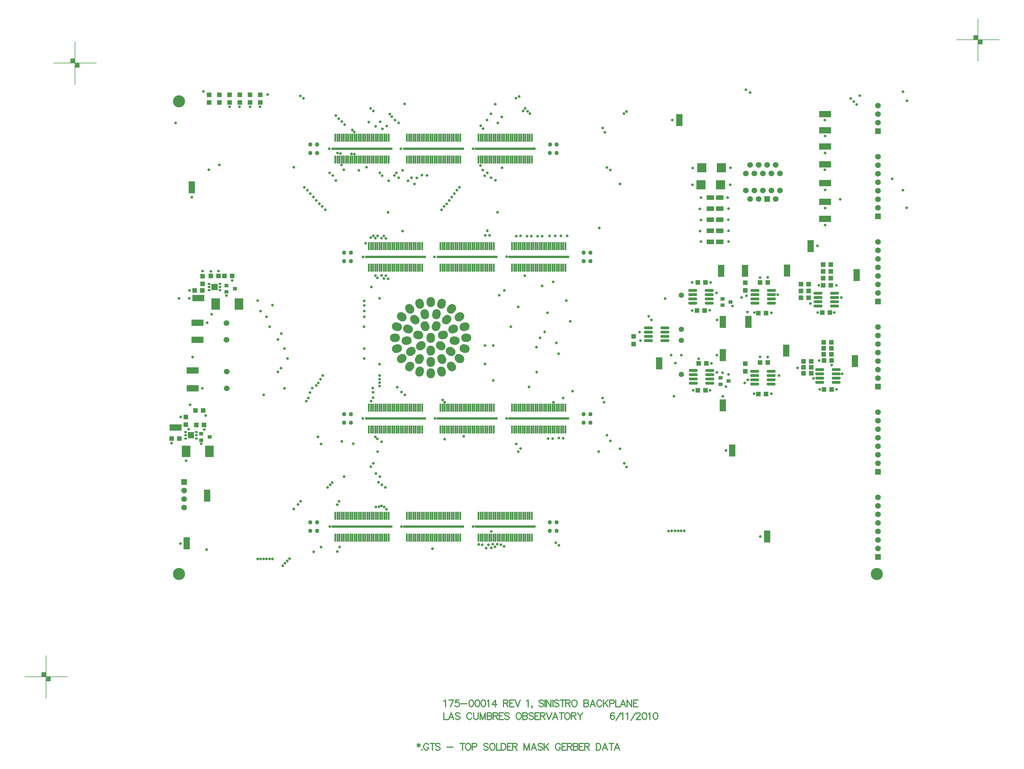
<source format=gts>
%FSLAX23Y23*%
%MOIN*%
G70*
G01*
G75*
G04 Layer_Color=8388736*
%ADD10R,0.050X0.050*%
%ADD11R,0.078X0.048*%
%ADD12R,0.050X0.050*%
%ADD13R,0.135X0.070*%
%ADD14R,0.037X0.035*%
%ADD15R,0.037X0.035*%
%ADD16R,0.100X0.100*%
%ADD17R,0.067X0.067*%
%ADD18O,0.028X0.018*%
%ADD19O,0.098X0.028*%
%ADD20R,0.094X0.130*%
%ADD21R,0.709X0.020*%
%ADD22R,0.016X0.085*%
%ADD23R,0.070X0.135*%
%ADD24C,0.030*%
%ADD25C,0.010*%
%ADD26C,0.020*%
%ADD27C,0.012*%
%ADD28C,0.008*%
%ADD29C,0.012*%
%ADD30C,0.012*%
%ADD31C,0.059*%
%ADD32R,0.059X0.059*%
%ADD33C,0.055*%
%ADD34C,0.134*%
%ADD35C,0.050*%
G04:AMPARAMS|DCode=36|XSize=90mil|YSize=110mil|CornerRadius=0mil|HoleSize=0mil|Usage=FLASHONLY|Rotation=162.000|XOffset=0mil|YOffset=0mil|HoleType=Round|Shape=Round|*
%AMOVALD36*
21,1,0.020,0.090,0.000,0.000,252.0*
1,1,0.090,0.003,0.010*
1,1,0.090,-0.003,-0.010*
%
%ADD36OVALD36*%

G04:AMPARAMS|DCode=37|XSize=90mil|YSize=110mil|CornerRadius=0mil|HoleSize=0mil|Usage=FLASHONLY|Rotation=144.000|XOffset=0mil|YOffset=0mil|HoleType=Round|Shape=Round|*
%AMOVALD37*
21,1,0.020,0.090,0.000,0.000,234.0*
1,1,0.090,0.006,0.008*
1,1,0.090,-0.006,-0.008*
%
%ADD37OVALD37*%

G04:AMPARAMS|DCode=38|XSize=90mil|YSize=110mil|CornerRadius=0mil|HoleSize=0mil|Usage=FLASHONLY|Rotation=126.000|XOffset=0mil|YOffset=0mil|HoleType=Round|Shape=Round|*
%AMOVALD38*
21,1,0.020,0.090,0.000,0.000,216.0*
1,1,0.090,0.008,0.006*
1,1,0.090,-0.008,-0.006*
%
%ADD38OVALD38*%

G04:AMPARAMS|DCode=39|XSize=90mil|YSize=110mil|CornerRadius=0mil|HoleSize=0mil|Usage=FLASHONLY|Rotation=108.000|XOffset=0mil|YOffset=0mil|HoleType=Round|Shape=Round|*
%AMOVALD39*
21,1,0.020,0.090,0.000,0.000,198.0*
1,1,0.090,0.010,0.003*
1,1,0.090,-0.010,-0.003*
%
%ADD39OVALD39*%

%ADD40O,0.110X0.090*%
G04:AMPARAMS|DCode=41|XSize=90mil|YSize=110mil|CornerRadius=0mil|HoleSize=0mil|Usage=FLASHONLY|Rotation=72.000|XOffset=0mil|YOffset=0mil|HoleType=Round|Shape=Round|*
%AMOVALD41*
21,1,0.020,0.090,0.000,0.000,162.0*
1,1,0.090,0.010,-0.003*
1,1,0.090,-0.010,0.003*
%
%ADD41OVALD41*%

G04:AMPARAMS|DCode=42|XSize=90mil|YSize=110mil|CornerRadius=0mil|HoleSize=0mil|Usage=FLASHONLY|Rotation=54.000|XOffset=0mil|YOffset=0mil|HoleType=Round|Shape=Round|*
%AMOVALD42*
21,1,0.020,0.090,0.000,0.000,144.0*
1,1,0.090,0.008,-0.006*
1,1,0.090,-0.008,0.006*
%
%ADD42OVALD42*%

G04:AMPARAMS|DCode=43|XSize=90mil|YSize=110mil|CornerRadius=0mil|HoleSize=0mil|Usage=FLASHONLY|Rotation=36.000|XOffset=0mil|YOffset=0mil|HoleType=Round|Shape=Round|*
%AMOVALD43*
21,1,0.020,0.090,0.000,0.000,126.0*
1,1,0.090,0.006,-0.008*
1,1,0.090,-0.006,0.008*
%
%ADD43OVALD43*%

G04:AMPARAMS|DCode=44|XSize=90mil|YSize=110mil|CornerRadius=0mil|HoleSize=0mil|Usage=FLASHONLY|Rotation=18.000|XOffset=0mil|YOffset=0mil|HoleType=Round|Shape=Round|*
%AMOVALD44*
21,1,0.020,0.090,0.000,0.000,108.0*
1,1,0.090,0.003,-0.010*
1,1,0.090,-0.003,0.010*
%
%ADD44OVALD44*%

%ADD45O,0.090X0.110*%
G04:AMPARAMS|DCode=46|XSize=90mil|YSize=110mil|CornerRadius=0mil|HoleSize=0mil|Usage=FLASHONLY|Rotation=152.304|XOffset=0mil|YOffset=0mil|HoleType=Round|Shape=Round|*
%AMOVALD46*
21,1,0.020,0.090,0.000,0.000,242.3*
1,1,0.090,0.005,0.009*
1,1,0.090,-0.005,-0.009*
%
%ADD46OVALD46*%

G04:AMPARAMS|DCode=47|XSize=90mil|YSize=110mil|CornerRadius=0mil|HoleSize=0mil|Usage=FLASHONLY|Rotation=124.612|XOffset=0mil|YOffset=0mil|HoleType=Round|Shape=Round|*
%AMOVALD47*
21,1,0.020,0.090,0.000,0.000,214.6*
1,1,0.090,0.008,0.006*
1,1,0.090,-0.008,-0.006*
%
%ADD47OVALD47*%

G04:AMPARAMS|DCode=48|XSize=90mil|YSize=110mil|CornerRadius=0mil|HoleSize=0mil|Usage=FLASHONLY|Rotation=96.920|XOffset=0mil|YOffset=0mil|HoleType=Round|Shape=Round|*
%AMOVALD48*
21,1,0.020,0.090,0.000,0.000,186.9*
1,1,0.090,0.010,0.001*
1,1,0.090,-0.010,-0.001*
%
%ADD48OVALD48*%

G04:AMPARAMS|DCode=49|XSize=90mil|YSize=110mil|CornerRadius=0mil|HoleSize=0mil|Usage=FLASHONLY|Rotation=69.228|XOffset=0mil|YOffset=0mil|HoleType=Round|Shape=Round|*
%AMOVALD49*
21,1,0.020,0.090,0.000,0.000,159.2*
1,1,0.090,0.009,-0.004*
1,1,0.090,-0.009,0.004*
%
%ADD49OVALD49*%

G04:AMPARAMS|DCode=50|XSize=90mil|YSize=110mil|CornerRadius=0mil|HoleSize=0mil|Usage=FLASHONLY|Rotation=41.536|XOffset=0mil|YOffset=0mil|HoleType=Round|Shape=Round|*
%AMOVALD50*
21,1,0.020,0.090,0.000,0.000,131.5*
1,1,0.090,0.007,-0.007*
1,1,0.090,-0.007,0.007*
%
%ADD50OVALD50*%

G04:AMPARAMS|DCode=51|XSize=90mil|YSize=110mil|CornerRadius=0mil|HoleSize=0mil|Usage=FLASHONLY|Rotation=13.844|XOffset=0mil|YOffset=0mil|HoleType=Round|Shape=Round|*
%AMOVALD51*
21,1,0.020,0.090,0.000,0.000,103.8*
1,1,0.090,0.002,-0.010*
1,1,0.090,-0.002,0.010*
%
%ADD51OVALD51*%

G04:AMPARAMS|DCode=52|XSize=90mil|YSize=110mil|CornerRadius=0mil|HoleSize=0mil|Usage=FLASHONLY|Rotation=346.152|XOffset=0mil|YOffset=0mil|HoleType=Round|Shape=Round|*
%AMOVALD52*
21,1,0.020,0.090,0.000,0.000,76.2*
1,1,0.090,-0.002,-0.010*
1,1,0.090,0.002,0.010*
%
%ADD52OVALD52*%

G04:AMPARAMS|DCode=53|XSize=90mil|YSize=110mil|CornerRadius=0mil|HoleSize=0mil|Usage=FLASHONLY|Rotation=318.460|XOffset=0mil|YOffset=0mil|HoleType=Round|Shape=Round|*
%AMOVALD53*
21,1,0.020,0.090,0.000,0.000,48.5*
1,1,0.090,-0.007,-0.007*
1,1,0.090,0.007,0.007*
%
%ADD53OVALD53*%

G04:AMPARAMS|DCode=54|XSize=90mil|YSize=110mil|CornerRadius=0mil|HoleSize=0mil|Usage=FLASHONLY|Rotation=290.768|XOffset=0mil|YOffset=0mil|HoleType=Round|Shape=Round|*
%AMOVALD54*
21,1,0.020,0.090,0.000,0.000,20.8*
1,1,0.090,-0.009,-0.004*
1,1,0.090,0.009,0.004*
%
%ADD54OVALD54*%

G04:AMPARAMS|DCode=55|XSize=90mil|YSize=110mil|CornerRadius=0mil|HoleSize=0mil|Usage=FLASHONLY|Rotation=263.076|XOffset=0mil|YOffset=0mil|HoleType=Round|Shape=Round|*
%AMOVALD55*
21,1,0.020,0.090,0.000,0.000,353.1*
1,1,0.090,-0.010,0.001*
1,1,0.090,0.010,-0.001*
%
%ADD55OVALD55*%

G04:AMPARAMS|DCode=56|XSize=90mil|YSize=110mil|CornerRadius=0mil|HoleSize=0mil|Usage=FLASHONLY|Rotation=235.384|XOffset=0mil|YOffset=0mil|HoleType=Round|Shape=Round|*
%AMOVALD56*
21,1,0.020,0.090,0.000,0.000,325.4*
1,1,0.090,-0.008,0.006*
1,1,0.090,0.008,-0.006*
%
%ADD56OVALD56*%

G04:AMPARAMS|DCode=57|XSize=90mil|YSize=110mil|CornerRadius=0mil|HoleSize=0mil|Usage=FLASHONLY|Rotation=207.692|XOffset=0mil|YOffset=0mil|HoleType=Round|Shape=Round|*
%AMOVALD57*
21,1,0.020,0.090,0.000,0.000,297.7*
1,1,0.090,-0.005,0.009*
1,1,0.090,0.005,-0.009*
%
%ADD57OVALD57*%

G04:AMPARAMS|DCode=58|XSize=90mil|YSize=110mil|CornerRadius=0mil|HoleSize=0mil|Usage=FLASHONLY|Rotation=128.568|XOffset=0mil|YOffset=0mil|HoleType=Round|Shape=Round|*
%AMOVALD58*
21,1,0.020,0.090,0.000,0.000,218.6*
1,1,0.090,0.008,0.006*
1,1,0.090,-0.008,-0.006*
%
%ADD58OVALD58*%

G04:AMPARAMS|DCode=59|XSize=90mil|YSize=110mil|CornerRadius=0mil|HoleSize=0mil|Usage=FLASHONLY|Rotation=77.140|XOffset=0mil|YOffset=0mil|HoleType=Round|Shape=Round|*
%AMOVALD59*
21,1,0.020,0.090,0.000,0.000,167.1*
1,1,0.090,0.010,-0.002*
1,1,0.090,-0.010,0.002*
%
%ADD59OVALD59*%

G04:AMPARAMS|DCode=60|XSize=90mil|YSize=110mil|CornerRadius=0mil|HoleSize=0mil|Usage=FLASHONLY|Rotation=25.712|XOffset=0mil|YOffset=0mil|HoleType=Round|Shape=Round|*
%AMOVALD60*
21,1,0.020,0.090,0.000,0.000,115.7*
1,1,0.090,0.004,-0.009*
1,1,0.090,-0.004,0.009*
%
%ADD60OVALD60*%

G04:AMPARAMS|DCode=61|XSize=90mil|YSize=110mil|CornerRadius=0mil|HoleSize=0mil|Usage=FLASHONLY|Rotation=334.284|XOffset=0mil|YOffset=0mil|HoleType=Round|Shape=Round|*
%AMOVALD61*
21,1,0.020,0.090,0.000,0.000,64.3*
1,1,0.090,-0.004,-0.009*
1,1,0.090,0.004,0.009*
%
%ADD61OVALD61*%

G04:AMPARAMS|DCode=62|XSize=90mil|YSize=110mil|CornerRadius=0mil|HoleSize=0mil|Usage=FLASHONLY|Rotation=282.856|XOffset=0mil|YOffset=0mil|HoleType=Round|Shape=Round|*
%AMOVALD62*
21,1,0.020,0.090,0.000,0.000,12.9*
1,1,0.090,-0.010,-0.002*
1,1,0.090,0.010,0.002*
%
%ADD62OVALD62*%

G04:AMPARAMS|DCode=63|XSize=90mil|YSize=110mil|CornerRadius=0mil|HoleSize=0mil|Usage=FLASHONLY|Rotation=231.428|XOffset=0mil|YOffset=0mil|HoleType=Round|Shape=Round|*
%AMOVALD63*
21,1,0.020,0.090,0.000,0.000,321.4*
1,1,0.090,-0.008,0.006*
1,1,0.090,0.008,-0.006*
%
%ADD63OVALD63*%

%ADD64C,0.024*%
%ADD65C,0.028*%
%ADD66C,0.040*%
%ADD67C,0.075*%
%ADD68C,0.068*%
G04:AMPARAMS|DCode=69|XSize=87.559mil|YSize=87.559mil|CornerRadius=0mil|HoleSize=0mil|Usage=FLASHONLY|Rotation=0.000|XOffset=0mil|YOffset=0mil|HoleType=Round|Shape=Relief|Width=10mil|Gap=10mil|Entries=4|*
%AMTHD69*
7,0,0,0.088,0.068,0.010,45*
%
%ADD69THD69*%
%ADD70C,0.073*%
G04:AMPARAMS|DCode=71|XSize=93.465mil|YSize=93.465mil|CornerRadius=0mil|HoleSize=0mil|Usage=FLASHONLY|Rotation=0.000|XOffset=0mil|YOffset=0mil|HoleType=Round|Shape=Relief|Width=10mil|Gap=10mil|Entries=4|*
%AMTHD71*
7,0,0,0.093,0.073,0.010,45*
%
%ADD71THD71*%
G04:AMPARAMS|DCode=72|XSize=95.433mil|YSize=95.433mil|CornerRadius=0mil|HoleSize=0mil|Usage=FLASHONLY|Rotation=0.000|XOffset=0mil|YOffset=0mil|HoleType=Round|Shape=Relief|Width=10mil|Gap=10mil|Entries=4|*
%AMTHD72*
7,0,0,0.095,0.075,0.010,45*
%
%ADD72THD72*%
%ADD73C,0.071*%
%ADD74C,0.174*%
%ADD75C,0.065*%
G04:AMPARAMS|DCode=76|XSize=85mil|YSize=85mil|CornerRadius=0mil|HoleSize=0mil|Usage=FLASHONLY|Rotation=0.000|XOffset=0mil|YOffset=0mil|HoleType=Round|Shape=Relief|Width=10mil|Gap=10mil|Entries=4|*
%AMTHD76*
7,0,0,0.085,0.065,0.010,45*
%
%ADD76THD76*%
%ADD77C,0.110*%
G04:AMPARAMS|DCode=78|XSize=130mil|YSize=130mil|CornerRadius=0mil|HoleSize=0mil|Usage=FLASHONLY|Rotation=0.000|XOffset=0mil|YOffset=0mil|HoleType=Round|Shape=Relief|Width=10mil|Gap=10mil|Entries=4|*
%AMTHD78*
7,0,0,0.130,0.110,0.010,45*
%
%ADD78THD78*%
%ADD79C,0.053*%
G04:AMPARAMS|DCode=80|XSize=70mil|YSize=70mil|CornerRadius=0mil|HoleSize=0mil|Usage=FLASHONLY|Rotation=0.000|XOffset=0mil|YOffset=0mil|HoleType=Round|Shape=Relief|Width=10mil|Gap=10mil|Entries=4|*
%AMTHD80*
7,0,0,0.070,0.050,0.010,45*
%
%ADD80THD80*%
G04:AMPARAMS|DCode=81|XSize=73mil|YSize=73mil|CornerRadius=0mil|HoleSize=0mil|Usage=FLASHONLY|Rotation=0.000|XOffset=0mil|YOffset=0mil|HoleType=Round|Shape=Relief|Width=10mil|Gap=10mil|Entries=4|*
%AMTHD81*
7,0,0,0.073,0.053,0.010,45*
%
%ADD81THD81*%
%ADD82C,0.010*%
%ADD83C,0.010*%
%ADD84C,0.006*%
%ADD85C,0.007*%
%ADD86C,0.008*%
%ADD87R,1.096X0.079*%
%ADD88R,1.496X0.079*%
%ADD89R,0.257X0.178*%
%ADD90R,0.058X0.058*%
%ADD91R,0.086X0.056*%
%ADD92R,0.058X0.058*%
%ADD93R,0.143X0.078*%
%ADD94R,0.045X0.043*%
%ADD95R,0.045X0.043*%
%ADD96R,0.108X0.108*%
%ADD97R,0.075X0.075*%
%ADD98O,0.036X0.026*%
%ADD99O,0.106X0.036*%
%ADD100R,0.102X0.138*%
%ADD101R,0.717X0.028*%
%ADD102R,0.024X0.093*%
%ADD103R,0.078X0.143*%
%ADD104C,0.067*%
%ADD105R,0.067X0.067*%
%ADD106C,0.063*%
%ADD107C,0.142*%
G04:AMPARAMS|DCode=108|XSize=98mil|YSize=118mil|CornerRadius=0mil|HoleSize=0mil|Usage=FLASHONLY|Rotation=162.000|XOffset=0mil|YOffset=0mil|HoleType=Round|Shape=Round|*
%AMOVALD108*
21,1,0.020,0.098,0.000,0.000,252.0*
1,1,0.098,0.003,0.010*
1,1,0.098,-0.003,-0.010*
%
%ADD108OVALD108*%

G04:AMPARAMS|DCode=109|XSize=98mil|YSize=118mil|CornerRadius=0mil|HoleSize=0mil|Usage=FLASHONLY|Rotation=144.000|XOffset=0mil|YOffset=0mil|HoleType=Round|Shape=Round|*
%AMOVALD109*
21,1,0.020,0.098,0.000,0.000,234.0*
1,1,0.098,0.006,0.008*
1,1,0.098,-0.006,-0.008*
%
%ADD109OVALD109*%

G04:AMPARAMS|DCode=110|XSize=98mil|YSize=118mil|CornerRadius=0mil|HoleSize=0mil|Usage=FLASHONLY|Rotation=126.000|XOffset=0mil|YOffset=0mil|HoleType=Round|Shape=Round|*
%AMOVALD110*
21,1,0.020,0.098,0.000,0.000,216.0*
1,1,0.098,0.008,0.006*
1,1,0.098,-0.008,-0.006*
%
%ADD110OVALD110*%

G04:AMPARAMS|DCode=111|XSize=98mil|YSize=118mil|CornerRadius=0mil|HoleSize=0mil|Usage=FLASHONLY|Rotation=108.000|XOffset=0mil|YOffset=0mil|HoleType=Round|Shape=Round|*
%AMOVALD111*
21,1,0.020,0.098,0.000,0.000,198.0*
1,1,0.098,0.010,0.003*
1,1,0.098,-0.010,-0.003*
%
%ADD111OVALD111*%

%ADD112O,0.118X0.098*%
G04:AMPARAMS|DCode=113|XSize=98mil|YSize=118mil|CornerRadius=0mil|HoleSize=0mil|Usage=FLASHONLY|Rotation=72.000|XOffset=0mil|YOffset=0mil|HoleType=Round|Shape=Round|*
%AMOVALD113*
21,1,0.020,0.098,0.000,0.000,162.0*
1,1,0.098,0.010,-0.003*
1,1,0.098,-0.010,0.003*
%
%ADD113OVALD113*%

G04:AMPARAMS|DCode=114|XSize=98mil|YSize=118mil|CornerRadius=0mil|HoleSize=0mil|Usage=FLASHONLY|Rotation=54.000|XOffset=0mil|YOffset=0mil|HoleType=Round|Shape=Round|*
%AMOVALD114*
21,1,0.020,0.098,0.000,0.000,144.0*
1,1,0.098,0.008,-0.006*
1,1,0.098,-0.008,0.006*
%
%ADD114OVALD114*%

G04:AMPARAMS|DCode=115|XSize=98mil|YSize=118mil|CornerRadius=0mil|HoleSize=0mil|Usage=FLASHONLY|Rotation=36.000|XOffset=0mil|YOffset=0mil|HoleType=Round|Shape=Round|*
%AMOVALD115*
21,1,0.020,0.098,0.000,0.000,126.0*
1,1,0.098,0.006,-0.008*
1,1,0.098,-0.006,0.008*
%
%ADD115OVALD115*%

G04:AMPARAMS|DCode=116|XSize=98mil|YSize=118mil|CornerRadius=0mil|HoleSize=0mil|Usage=FLASHONLY|Rotation=18.000|XOffset=0mil|YOffset=0mil|HoleType=Round|Shape=Round|*
%AMOVALD116*
21,1,0.020,0.098,0.000,0.000,108.0*
1,1,0.098,0.003,-0.010*
1,1,0.098,-0.003,0.010*
%
%ADD116OVALD116*%

%ADD117O,0.098X0.118*%
G04:AMPARAMS|DCode=118|XSize=98mil|YSize=118mil|CornerRadius=0mil|HoleSize=0mil|Usage=FLASHONLY|Rotation=152.304|XOffset=0mil|YOffset=0mil|HoleType=Round|Shape=Round|*
%AMOVALD118*
21,1,0.020,0.098,0.000,0.000,242.3*
1,1,0.098,0.005,0.009*
1,1,0.098,-0.005,-0.009*
%
%ADD118OVALD118*%

G04:AMPARAMS|DCode=119|XSize=98mil|YSize=118mil|CornerRadius=0mil|HoleSize=0mil|Usage=FLASHONLY|Rotation=124.612|XOffset=0mil|YOffset=0mil|HoleType=Round|Shape=Round|*
%AMOVALD119*
21,1,0.020,0.098,0.000,0.000,214.6*
1,1,0.098,0.008,0.006*
1,1,0.098,-0.008,-0.006*
%
%ADD119OVALD119*%

G04:AMPARAMS|DCode=120|XSize=98mil|YSize=118mil|CornerRadius=0mil|HoleSize=0mil|Usage=FLASHONLY|Rotation=96.920|XOffset=0mil|YOffset=0mil|HoleType=Round|Shape=Round|*
%AMOVALD120*
21,1,0.020,0.098,0.000,0.000,186.9*
1,1,0.098,0.010,0.001*
1,1,0.098,-0.010,-0.001*
%
%ADD120OVALD120*%

G04:AMPARAMS|DCode=121|XSize=98mil|YSize=118mil|CornerRadius=0mil|HoleSize=0mil|Usage=FLASHONLY|Rotation=69.228|XOffset=0mil|YOffset=0mil|HoleType=Round|Shape=Round|*
%AMOVALD121*
21,1,0.020,0.098,0.000,0.000,159.2*
1,1,0.098,0.009,-0.004*
1,1,0.098,-0.009,0.004*
%
%ADD121OVALD121*%

G04:AMPARAMS|DCode=122|XSize=98mil|YSize=118mil|CornerRadius=0mil|HoleSize=0mil|Usage=FLASHONLY|Rotation=41.536|XOffset=0mil|YOffset=0mil|HoleType=Round|Shape=Round|*
%AMOVALD122*
21,1,0.020,0.098,0.000,0.000,131.5*
1,1,0.098,0.007,-0.007*
1,1,0.098,-0.007,0.007*
%
%ADD122OVALD122*%

G04:AMPARAMS|DCode=123|XSize=98mil|YSize=118mil|CornerRadius=0mil|HoleSize=0mil|Usage=FLASHONLY|Rotation=13.844|XOffset=0mil|YOffset=0mil|HoleType=Round|Shape=Round|*
%AMOVALD123*
21,1,0.020,0.098,0.000,0.000,103.8*
1,1,0.098,0.002,-0.010*
1,1,0.098,-0.002,0.010*
%
%ADD123OVALD123*%

G04:AMPARAMS|DCode=124|XSize=98mil|YSize=118mil|CornerRadius=0mil|HoleSize=0mil|Usage=FLASHONLY|Rotation=346.152|XOffset=0mil|YOffset=0mil|HoleType=Round|Shape=Round|*
%AMOVALD124*
21,1,0.020,0.098,0.000,0.000,76.2*
1,1,0.098,-0.002,-0.010*
1,1,0.098,0.002,0.010*
%
%ADD124OVALD124*%

G04:AMPARAMS|DCode=125|XSize=98mil|YSize=118mil|CornerRadius=0mil|HoleSize=0mil|Usage=FLASHONLY|Rotation=318.460|XOffset=0mil|YOffset=0mil|HoleType=Round|Shape=Round|*
%AMOVALD125*
21,1,0.020,0.098,0.000,0.000,48.5*
1,1,0.098,-0.007,-0.007*
1,1,0.098,0.007,0.007*
%
%ADD125OVALD125*%

G04:AMPARAMS|DCode=126|XSize=98mil|YSize=118mil|CornerRadius=0mil|HoleSize=0mil|Usage=FLASHONLY|Rotation=290.768|XOffset=0mil|YOffset=0mil|HoleType=Round|Shape=Round|*
%AMOVALD126*
21,1,0.020,0.098,0.000,0.000,20.8*
1,1,0.098,-0.009,-0.004*
1,1,0.098,0.009,0.004*
%
%ADD126OVALD126*%

G04:AMPARAMS|DCode=127|XSize=98mil|YSize=118mil|CornerRadius=0mil|HoleSize=0mil|Usage=FLASHONLY|Rotation=263.076|XOffset=0mil|YOffset=0mil|HoleType=Round|Shape=Round|*
%AMOVALD127*
21,1,0.020,0.098,0.000,0.000,353.1*
1,1,0.098,-0.010,0.001*
1,1,0.098,0.010,-0.001*
%
%ADD127OVALD127*%

G04:AMPARAMS|DCode=128|XSize=98mil|YSize=118mil|CornerRadius=0mil|HoleSize=0mil|Usage=FLASHONLY|Rotation=235.384|XOffset=0mil|YOffset=0mil|HoleType=Round|Shape=Round|*
%AMOVALD128*
21,1,0.020,0.098,0.000,0.000,325.4*
1,1,0.098,-0.008,0.006*
1,1,0.098,0.008,-0.006*
%
%ADD128OVALD128*%

G04:AMPARAMS|DCode=129|XSize=98mil|YSize=118mil|CornerRadius=0mil|HoleSize=0mil|Usage=FLASHONLY|Rotation=207.692|XOffset=0mil|YOffset=0mil|HoleType=Round|Shape=Round|*
%AMOVALD129*
21,1,0.020,0.098,0.000,0.000,297.7*
1,1,0.098,-0.005,0.009*
1,1,0.098,0.005,-0.009*
%
%ADD129OVALD129*%

G04:AMPARAMS|DCode=130|XSize=98mil|YSize=118mil|CornerRadius=0mil|HoleSize=0mil|Usage=FLASHONLY|Rotation=128.568|XOffset=0mil|YOffset=0mil|HoleType=Round|Shape=Round|*
%AMOVALD130*
21,1,0.020,0.098,0.000,0.000,218.6*
1,1,0.098,0.008,0.006*
1,1,0.098,-0.008,-0.006*
%
%ADD130OVALD130*%

G04:AMPARAMS|DCode=131|XSize=98mil|YSize=118mil|CornerRadius=0mil|HoleSize=0mil|Usage=FLASHONLY|Rotation=77.140|XOffset=0mil|YOffset=0mil|HoleType=Round|Shape=Round|*
%AMOVALD131*
21,1,0.020,0.098,0.000,0.000,167.1*
1,1,0.098,0.010,-0.002*
1,1,0.098,-0.010,0.002*
%
%ADD131OVALD131*%

G04:AMPARAMS|DCode=132|XSize=98mil|YSize=118mil|CornerRadius=0mil|HoleSize=0mil|Usage=FLASHONLY|Rotation=25.712|XOffset=0mil|YOffset=0mil|HoleType=Round|Shape=Round|*
%AMOVALD132*
21,1,0.020,0.098,0.000,0.000,115.7*
1,1,0.098,0.004,-0.009*
1,1,0.098,-0.004,0.009*
%
%ADD132OVALD132*%

G04:AMPARAMS|DCode=133|XSize=98mil|YSize=118mil|CornerRadius=0mil|HoleSize=0mil|Usage=FLASHONLY|Rotation=334.284|XOffset=0mil|YOffset=0mil|HoleType=Round|Shape=Round|*
%AMOVALD133*
21,1,0.020,0.098,0.000,0.000,64.3*
1,1,0.098,-0.004,-0.009*
1,1,0.098,0.004,0.009*
%
%ADD133OVALD133*%

G04:AMPARAMS|DCode=134|XSize=98mil|YSize=118mil|CornerRadius=0mil|HoleSize=0mil|Usage=FLASHONLY|Rotation=282.856|XOffset=0mil|YOffset=0mil|HoleType=Round|Shape=Round|*
%AMOVALD134*
21,1,0.020,0.098,0.000,0.000,12.9*
1,1,0.098,-0.010,-0.002*
1,1,0.098,0.010,0.002*
%
%ADD134OVALD134*%

G04:AMPARAMS|DCode=135|XSize=98mil|YSize=118mil|CornerRadius=0mil|HoleSize=0mil|Usage=FLASHONLY|Rotation=231.428|XOffset=0mil|YOffset=0mil|HoleType=Round|Shape=Round|*
%AMOVALD135*
21,1,0.020,0.098,0.000,0.000,321.4*
1,1,0.098,-0.008,0.006*
1,1,0.098,0.008,-0.006*
%
%ADD135OVALD135*%

%ADD136C,0.032*%
%ADD137C,0.036*%
D27*
X14002Y8945D02*
Y8899D01*
X13983Y8933D02*
X14021Y8910D01*
Y8933D02*
X13983Y8910D01*
X14041Y8872D02*
X14037Y8869D01*
X14041Y8865D01*
X14045Y8869D01*
X14041Y8872D01*
X14119Y8926D02*
X14115Y8933D01*
X14108Y8941D01*
X14100Y8945D01*
X14085D01*
X14077Y8941D01*
X14070Y8933D01*
X14066Y8926D01*
X14062Y8914D01*
Y8895D01*
X14066Y8884D01*
X14070Y8876D01*
X14077Y8869D01*
X14085Y8865D01*
X14100D01*
X14108Y8869D01*
X14115Y8876D01*
X14119Y8884D01*
Y8895D01*
X14100D02*
X14119D01*
X14164Y8945D02*
Y8865D01*
X14138Y8945D02*
X14191D01*
X14254Y8933D02*
X14246Y8941D01*
X14235Y8945D01*
X14219D01*
X14208Y8941D01*
X14200Y8933D01*
Y8926D01*
X14204Y8918D01*
X14208Y8914D01*
X14216Y8910D01*
X14238Y8903D01*
X14246Y8899D01*
X14250Y8895D01*
X14254Y8888D01*
Y8876D01*
X14246Y8869D01*
X14235Y8865D01*
X14219D01*
X14208Y8869D01*
X14200Y8876D01*
X14334Y8899D02*
X14403D01*
X14516Y8945D02*
Y8865D01*
X14489Y8945D02*
X14543D01*
X14575D02*
X14568Y8941D01*
X14560Y8933D01*
X14556Y8926D01*
X14552Y8914D01*
Y8895D01*
X14556Y8884D01*
X14560Y8876D01*
X14568Y8869D01*
X14575Y8865D01*
X14590D01*
X14598Y8869D01*
X14606Y8876D01*
X14609Y8884D01*
X14613Y8895D01*
Y8914D01*
X14609Y8926D01*
X14606Y8933D01*
X14598Y8941D01*
X14590Y8945D01*
X14575D01*
X14632Y8903D02*
X14666D01*
X14678Y8907D01*
X14681Y8910D01*
X14685Y8918D01*
Y8929D01*
X14681Y8937D01*
X14678Y8941D01*
X14666Y8945D01*
X14632D01*
Y8865D01*
X14819Y8933D02*
X14812Y8941D01*
X14800Y8945D01*
X14785D01*
X14774Y8941D01*
X14766Y8933D01*
Y8926D01*
X14770Y8918D01*
X14774Y8914D01*
X14781Y8910D01*
X14804Y8903D01*
X14812Y8899D01*
X14816Y8895D01*
X14819Y8888D01*
Y8876D01*
X14812Y8869D01*
X14800Y8865D01*
X14785D01*
X14774Y8869D01*
X14766Y8876D01*
X14860Y8945D02*
X14852Y8941D01*
X14845Y8933D01*
X14841Y8926D01*
X14837Y8914D01*
Y8895D01*
X14841Y8884D01*
X14845Y8876D01*
X14852Y8869D01*
X14860Y8865D01*
X14875D01*
X14883Y8869D01*
X14891Y8876D01*
X14894Y8884D01*
X14898Y8895D01*
Y8914D01*
X14894Y8926D01*
X14891Y8933D01*
X14883Y8941D01*
X14875Y8945D01*
X14860D01*
X14917D02*
Y8865D01*
X14963D01*
X14971Y8945D02*
Y8865D01*
Y8945D02*
X14998D01*
X15009Y8941D01*
X15017Y8933D01*
X15021Y8926D01*
X15025Y8914D01*
Y8895D01*
X15021Y8884D01*
X15017Y8876D01*
X15009Y8869D01*
X14998Y8865D01*
X14971D01*
X15092Y8945D02*
X15043D01*
Y8865D01*
X15092D01*
X15043Y8907D02*
X15073D01*
X15105Y8945D02*
Y8865D01*
Y8945D02*
X15140D01*
X15151Y8941D01*
X15155Y8937D01*
X15159Y8929D01*
Y8922D01*
X15155Y8914D01*
X15151Y8910D01*
X15140Y8907D01*
X15105D01*
X15132D02*
X15159Y8865D01*
X15239Y8945D02*
Y8865D01*
Y8945D02*
X15270Y8865D01*
X15300Y8945D02*
X15270Y8865D01*
X15300Y8945D02*
Y8865D01*
X15384D02*
X15354Y8945D01*
X15323Y8865D01*
X15335Y8891D02*
X15373D01*
X15456Y8933D02*
X15449Y8941D01*
X15437Y8945D01*
X15422D01*
X15410Y8941D01*
X15403Y8933D01*
Y8926D01*
X15407Y8918D01*
X15410Y8914D01*
X15418Y8910D01*
X15441Y8903D01*
X15449Y8899D01*
X15452Y8895D01*
X15456Y8888D01*
Y8876D01*
X15449Y8869D01*
X15437Y8865D01*
X15422D01*
X15410Y8869D01*
X15403Y8876D01*
X15474Y8945D02*
Y8865D01*
X15527Y8945D02*
X15474Y8891D01*
X15493Y8910D02*
X15527Y8865D01*
X15665Y8926D02*
X15661Y8933D01*
X15654Y8941D01*
X15646Y8945D01*
X15631D01*
X15623Y8941D01*
X15616Y8933D01*
X15612Y8926D01*
X15608Y8914D01*
Y8895D01*
X15612Y8884D01*
X15616Y8876D01*
X15623Y8869D01*
X15631Y8865D01*
X15646D01*
X15654Y8869D01*
X15661Y8876D01*
X15665Y8884D01*
Y8895D01*
X15646D02*
X15665D01*
X15733Y8945D02*
X15684D01*
Y8865D01*
X15733D01*
X15684Y8907D02*
X15714D01*
X15746Y8945D02*
Y8865D01*
Y8945D02*
X15781D01*
X15792Y8941D01*
X15796Y8937D01*
X15800Y8929D01*
Y8922D01*
X15796Y8914D01*
X15792Y8910D01*
X15781Y8907D01*
X15746D01*
X15773D02*
X15800Y8865D01*
X15818Y8945D02*
Y8865D01*
Y8945D02*
X15852D01*
X15863Y8941D01*
X15867Y8937D01*
X15871Y8929D01*
Y8922D01*
X15867Y8914D01*
X15863Y8910D01*
X15852Y8907D01*
X15818D02*
X15852D01*
X15863Y8903D01*
X15867Y8899D01*
X15871Y8891D01*
Y8880D01*
X15867Y8872D01*
X15863Y8869D01*
X15852Y8865D01*
X15818D01*
X15938Y8945D02*
X15889D01*
Y8865D01*
X15938D01*
X15889Y8907D02*
X15919D01*
X15952Y8945D02*
Y8865D01*
Y8945D02*
X15986D01*
X15997Y8941D01*
X16001Y8937D01*
X16005Y8929D01*
Y8922D01*
X16001Y8914D01*
X15997Y8910D01*
X15986Y8907D01*
X15952D01*
X15978D02*
X16005Y8865D01*
X16086Y8945D02*
Y8865D01*
Y8945D02*
X16112D01*
X16124Y8941D01*
X16131Y8933D01*
X16135Y8926D01*
X16139Y8914D01*
Y8895D01*
X16135Y8884D01*
X16131Y8876D01*
X16124Y8869D01*
X16112Y8865D01*
X16086D01*
X16218D02*
X16187Y8945D01*
X16157Y8865D01*
X16168Y8891D02*
X16206D01*
X16263Y8945D02*
Y8865D01*
X16237Y8945D02*
X16290D01*
X16360Y8865D02*
X16330Y8945D01*
X16299Y8865D01*
X16311Y8891D02*
X16349D01*
D28*
X9940Y16958D02*
X9950D01*
X9940Y16953D02*
Y16963D01*
Y16953D02*
X9950Y16953D01*
X9950Y16963D01*
X9940D02*
X9950D01*
X9935Y16948D02*
Y16963D01*
Y16948D02*
X9955D01*
Y16968D01*
X9935Y16968D02*
X9955Y16968D01*
X9930Y16943D02*
Y16968D01*
Y16943D02*
X9960D01*
Y16973D01*
X9930D02*
X9960D01*
X9925Y16938D02*
Y16978D01*
Y16938D02*
X9965D01*
Y16978D01*
X9925D02*
X9965D01*
X9990Y16908D02*
X10000D01*
X9990Y16903D02*
X9990Y16913D01*
X9990Y16903D02*
X10000D01*
Y16913D01*
X9990Y16913D02*
X10000Y16913D01*
X9985Y16898D02*
Y16913D01*
Y16898D02*
X10005Y16898D01*
X10005Y16918D02*
X10005Y16898D01*
X9985Y16918D02*
X10005D01*
X9980Y16893D02*
Y16918D01*
Y16893D02*
X10010D01*
Y16923D01*
X9980D02*
X10010D01*
X9975Y16888D02*
Y16928D01*
Y16888D02*
X10015D01*
Y16928D01*
X9975D02*
X10015D01*
X9970Y16883D02*
X10020Y16883D01*
X10020Y16933D02*
X10020Y16883D01*
X9920Y16983D02*
X9970Y16983D01*
X9920Y16983D02*
X9920Y16933D01*
X9970Y16683D02*
Y17183D01*
X9720Y16933D02*
X10220D01*
X20535Y17232D02*
X20545D01*
X20535Y17227D02*
Y17237D01*
Y17227D02*
X20545Y17227D01*
X20545Y17237D01*
X20535D02*
X20545D01*
X20530Y17222D02*
Y17237D01*
Y17222D02*
X20550D01*
Y17242D01*
X20530Y17242D02*
X20550Y17242D01*
X20525Y17217D02*
Y17242D01*
Y17217D02*
X20555D01*
Y17247D01*
X20525D02*
X20555D01*
X20520Y17212D02*
Y17252D01*
Y17212D02*
X20560D01*
Y17252D01*
X20520D02*
X20560D01*
X20585Y17182D02*
X20595D01*
X20585Y17177D02*
X20585Y17187D01*
X20585Y17177D02*
X20595D01*
Y17187D01*
X20585Y17187D02*
X20595Y17187D01*
X20580Y17172D02*
Y17187D01*
Y17172D02*
X20600Y17172D01*
X20600Y17192D02*
X20600Y17172D01*
X20580Y17192D02*
X20600D01*
X20575Y17167D02*
Y17192D01*
Y17167D02*
X20605D01*
Y17197D01*
X20575D02*
X20605D01*
X20570Y17162D02*
Y17202D01*
Y17162D02*
X20610D01*
Y17202D01*
X20570D02*
X20610D01*
X20565Y17157D02*
X20615Y17157D01*
X20615Y17207D02*
X20615Y17157D01*
X20515Y17257D02*
X20565Y17257D01*
X20515Y17257D02*
X20515Y17207D01*
X20565Y16957D02*
Y17457D01*
X20315Y17207D02*
X20815D01*
X9601Y9751D02*
X9611D01*
X9601Y9746D02*
Y9756D01*
Y9746D02*
X9611Y9746D01*
X9611Y9756D01*
X9601D02*
X9611D01*
X9596Y9741D02*
Y9756D01*
Y9741D02*
X9616D01*
Y9761D01*
X9596Y9761D02*
X9616Y9761D01*
X9591Y9736D02*
Y9761D01*
Y9736D02*
X9621D01*
Y9766D01*
X9591D02*
X9621D01*
X9586Y9731D02*
Y9771D01*
Y9731D02*
X9626D01*
Y9771D01*
X9586D02*
X9626D01*
X9651Y9701D02*
X9661D01*
X9651Y9696D02*
X9651Y9706D01*
X9651Y9696D02*
X9661D01*
Y9706D01*
X9651Y9706D02*
X9661Y9706D01*
X9646Y9691D02*
Y9706D01*
Y9691D02*
X9666Y9691D01*
X9666Y9711D02*
X9666Y9691D01*
X9646Y9711D02*
X9666D01*
X9641Y9686D02*
Y9711D01*
Y9686D02*
X9671D01*
Y9716D01*
X9641D02*
X9671D01*
X9636Y9681D02*
Y9721D01*
Y9681D02*
X9676D01*
Y9721D01*
X9636D02*
X9676D01*
X9631Y9676D02*
X9681Y9676D01*
X9681Y9726D02*
X9681Y9676D01*
X9581Y9776D02*
X9631Y9776D01*
X9581Y9776D02*
X9581Y9726D01*
X9631Y9476D02*
Y9976D01*
X9381Y9726D02*
X9881D01*
D29*
X14299Y9440D02*
X14307Y9444D01*
X14318Y9455D01*
Y9375D01*
X14411Y9455D02*
X14373Y9375D01*
X14358Y9455D02*
X14411D01*
X14475D02*
X14437D01*
X14433Y9421D01*
X14437Y9425D01*
X14448Y9429D01*
X14460D01*
X14471Y9425D01*
X14479Y9417D01*
X14483Y9406D01*
Y9398D01*
X14479Y9387D01*
X14471Y9379D01*
X14460Y9375D01*
X14448D01*
X14437Y9379D01*
X14433Y9383D01*
X14429Y9391D01*
X14501Y9410D02*
X14569D01*
X14616Y9455D02*
X14604Y9452D01*
X14597Y9440D01*
X14593Y9421D01*
Y9410D01*
X14597Y9391D01*
X14604Y9379D01*
X14616Y9375D01*
X14623D01*
X14635Y9379D01*
X14642Y9391D01*
X14646Y9410D01*
Y9421D01*
X14642Y9440D01*
X14635Y9452D01*
X14623Y9455D01*
X14616D01*
X14687D02*
X14675Y9452D01*
X14668Y9440D01*
X14664Y9421D01*
Y9410D01*
X14668Y9391D01*
X14675Y9379D01*
X14687Y9375D01*
X14694D01*
X14706Y9379D01*
X14713Y9391D01*
X14717Y9410D01*
Y9421D01*
X14713Y9440D01*
X14706Y9452D01*
X14694Y9455D01*
X14687D01*
X14758D02*
X14747Y9452D01*
X14739Y9440D01*
X14735Y9421D01*
Y9410D01*
X14739Y9391D01*
X14747Y9379D01*
X14758Y9375D01*
X14766D01*
X14777Y9379D01*
X14785Y9391D01*
X14788Y9410D01*
Y9421D01*
X14785Y9440D01*
X14777Y9452D01*
X14766Y9455D01*
X14758D01*
X14806Y9440D02*
X14814Y9444D01*
X14825Y9455D01*
Y9375D01*
X14903Y9455D02*
X14865Y9402D01*
X14922D01*
X14903Y9455D02*
Y9375D01*
X14999Y9455D02*
Y9375D01*
Y9455D02*
X15033D01*
X15045Y9452D01*
X15049Y9448D01*
X15052Y9440D01*
Y9433D01*
X15049Y9425D01*
X15045Y9421D01*
X15033Y9417D01*
X14999D01*
X15026D02*
X15052Y9375D01*
X15120Y9455D02*
X15070D01*
Y9375D01*
X15120D01*
X15070Y9417D02*
X15101D01*
X15133Y9455D02*
X15164Y9375D01*
X15194Y9455D02*
X15164Y9375D01*
X15267Y9440D02*
X15275Y9444D01*
X15286Y9455D01*
Y9375D01*
X15333Y9379D02*
X15330Y9375D01*
X15326Y9379D01*
X15330Y9383D01*
X15333Y9379D01*
Y9372D01*
X15330Y9364D01*
X15326Y9360D01*
X15467Y9444D02*
X15460Y9452D01*
X15448Y9455D01*
X15433D01*
X15421Y9452D01*
X15414Y9444D01*
Y9436D01*
X15418Y9429D01*
X15421Y9425D01*
X15429Y9421D01*
X15452Y9414D01*
X15460Y9410D01*
X15463Y9406D01*
X15467Y9398D01*
Y9387D01*
X15460Y9379D01*
X15448Y9375D01*
X15433D01*
X15421Y9379D01*
X15414Y9387D01*
X15485Y9455D02*
Y9375D01*
X15502Y9455D02*
Y9375D01*
Y9455D02*
X15555Y9375D01*
Y9455D02*
Y9375D01*
X15577Y9455D02*
Y9375D01*
X15647Y9444D02*
X15640Y9452D01*
X15628Y9455D01*
X15613D01*
X15602Y9452D01*
X15594Y9444D01*
Y9436D01*
X15598Y9429D01*
X15602Y9425D01*
X15609Y9421D01*
X15632Y9414D01*
X15640Y9410D01*
X15644Y9406D01*
X15647Y9398D01*
Y9387D01*
X15640Y9379D01*
X15628Y9375D01*
X15613D01*
X15602Y9379D01*
X15594Y9387D01*
X15692Y9455D02*
Y9375D01*
X15665Y9455D02*
X15719D01*
X15728D02*
Y9375D01*
Y9455D02*
X15762D01*
X15774Y9452D01*
X15778Y9448D01*
X15781Y9440D01*
Y9433D01*
X15778Y9425D01*
X15774Y9421D01*
X15762Y9417D01*
X15728D01*
X15755D02*
X15781Y9375D01*
X15822Y9455D02*
X15815Y9452D01*
X15807Y9444D01*
X15803Y9436D01*
X15799Y9425D01*
Y9406D01*
X15803Y9395D01*
X15807Y9387D01*
X15815Y9379D01*
X15822Y9375D01*
X15837D01*
X15845Y9379D01*
X15853Y9387D01*
X15856Y9395D01*
X15860Y9406D01*
Y9425D01*
X15856Y9436D01*
X15853Y9444D01*
X15845Y9452D01*
X15837Y9455D01*
X15822D01*
X15942D02*
Y9375D01*
Y9455D02*
X15976D01*
X15987Y9452D01*
X15991Y9448D01*
X15995Y9440D01*
Y9433D01*
X15991Y9425D01*
X15987Y9421D01*
X15976Y9417D01*
X15942D02*
X15976D01*
X15987Y9414D01*
X15991Y9410D01*
X15995Y9402D01*
Y9391D01*
X15991Y9383D01*
X15987Y9379D01*
X15976Y9375D01*
X15942D01*
X16074D02*
X16043Y9455D01*
X16013Y9375D01*
X16024Y9402D02*
X16062D01*
X16150Y9436D02*
X16146Y9444D01*
X16138Y9452D01*
X16131Y9455D01*
X16115D01*
X16108Y9452D01*
X16100Y9444D01*
X16096Y9436D01*
X16093Y9425D01*
Y9406D01*
X16096Y9395D01*
X16100Y9387D01*
X16108Y9379D01*
X16115Y9375D01*
X16131D01*
X16138Y9379D01*
X16146Y9387D01*
X16150Y9395D01*
X16172Y9455D02*
Y9375D01*
X16225Y9455D02*
X16172Y9402D01*
X16191Y9421D02*
X16225Y9375D01*
X16243Y9414D02*
X16278D01*
X16289Y9417D01*
X16293Y9421D01*
X16297Y9429D01*
Y9440D01*
X16293Y9448D01*
X16289Y9452D01*
X16278Y9455D01*
X16243D01*
Y9375D01*
X16315Y9455D02*
Y9375D01*
X16360D01*
X16430D02*
X16400Y9455D01*
X16369Y9375D01*
X16381Y9402D02*
X16419D01*
X16449Y9455D02*
Y9375D01*
Y9455D02*
X16502Y9375D01*
Y9455D02*
Y9375D01*
X16574Y9455D02*
X16524D01*
Y9375D01*
X16574D01*
X16524Y9417D02*
X16555D01*
D30*
X14299Y9305D02*
Y9225D01*
X14345D01*
X14415D02*
X14384Y9305D01*
X14354Y9225D01*
X14365Y9252D02*
X14403D01*
X14487Y9294D02*
X14479Y9302D01*
X14468Y9305D01*
X14453D01*
X14441Y9302D01*
X14433Y9294D01*
Y9286D01*
X14437Y9279D01*
X14441Y9275D01*
X14449Y9271D01*
X14472Y9264D01*
X14479Y9260D01*
X14483Y9256D01*
X14487Y9248D01*
Y9237D01*
X14479Y9229D01*
X14468Y9225D01*
X14453D01*
X14441Y9229D01*
X14433Y9237D01*
X14625Y9286D02*
X14621Y9294D01*
X14613Y9302D01*
X14606Y9305D01*
X14590D01*
X14583Y9302D01*
X14575Y9294D01*
X14571Y9286D01*
X14568Y9275D01*
Y9256D01*
X14571Y9244D01*
X14575Y9237D01*
X14583Y9229D01*
X14590Y9225D01*
X14606D01*
X14613Y9229D01*
X14621Y9237D01*
X14625Y9244D01*
X14647Y9305D02*
Y9248D01*
X14651Y9237D01*
X14659Y9229D01*
X14670Y9225D01*
X14678D01*
X14689Y9229D01*
X14697Y9237D01*
X14700Y9248D01*
Y9305D01*
X14723D02*
Y9225D01*
Y9305D02*
X14753Y9225D01*
X14784Y9305D02*
X14753Y9225D01*
X14784Y9305D02*
Y9225D01*
X14806Y9305D02*
Y9225D01*
Y9305D02*
X14841D01*
X14852Y9302D01*
X14856Y9298D01*
X14860Y9290D01*
Y9283D01*
X14856Y9275D01*
X14852Y9271D01*
X14841Y9267D01*
X14806D02*
X14841D01*
X14852Y9264D01*
X14856Y9260D01*
X14860Y9252D01*
Y9241D01*
X14856Y9233D01*
X14852Y9229D01*
X14841Y9225D01*
X14806D01*
X14878Y9305D02*
Y9225D01*
Y9305D02*
X14912D01*
X14923Y9302D01*
X14927Y9298D01*
X14931Y9290D01*
Y9283D01*
X14927Y9275D01*
X14923Y9271D01*
X14912Y9267D01*
X14878D01*
X14904D02*
X14931Y9225D01*
X14998Y9305D02*
X14949D01*
Y9225D01*
X14998D01*
X14949Y9267D02*
X14979D01*
X15065Y9294D02*
X15057Y9302D01*
X15046Y9305D01*
X15031D01*
X15019Y9302D01*
X15012Y9294D01*
Y9286D01*
X15015Y9279D01*
X15019Y9275D01*
X15027Y9271D01*
X15050Y9264D01*
X15057Y9260D01*
X15061Y9256D01*
X15065Y9248D01*
Y9237D01*
X15057Y9229D01*
X15046Y9225D01*
X15031D01*
X15019Y9229D01*
X15012Y9237D01*
X15169Y9305D02*
X15161Y9302D01*
X15153Y9294D01*
X15150Y9286D01*
X15146Y9275D01*
Y9256D01*
X15150Y9244D01*
X15153Y9237D01*
X15161Y9229D01*
X15169Y9225D01*
X15184D01*
X15191Y9229D01*
X15199Y9237D01*
X15203Y9244D01*
X15207Y9256D01*
Y9275D01*
X15203Y9286D01*
X15199Y9294D01*
X15191Y9302D01*
X15184Y9305D01*
X15169D01*
X15225D02*
Y9225D01*
Y9305D02*
X15260D01*
X15271Y9302D01*
X15275Y9298D01*
X15279Y9290D01*
Y9283D01*
X15275Y9275D01*
X15271Y9271D01*
X15260Y9267D01*
X15225D02*
X15260D01*
X15271Y9264D01*
X15275Y9260D01*
X15279Y9252D01*
Y9241D01*
X15275Y9233D01*
X15271Y9229D01*
X15260Y9225D01*
X15225D01*
X15350Y9294D02*
X15342Y9302D01*
X15331Y9305D01*
X15316D01*
X15304Y9302D01*
X15297Y9294D01*
Y9286D01*
X15300Y9279D01*
X15304Y9275D01*
X15312Y9271D01*
X15335Y9264D01*
X15342Y9260D01*
X15346Y9256D01*
X15350Y9248D01*
Y9237D01*
X15342Y9229D01*
X15331Y9225D01*
X15316D01*
X15304Y9229D01*
X15297Y9237D01*
X15417Y9305D02*
X15368D01*
Y9225D01*
X15417D01*
X15368Y9267D02*
X15398D01*
X15431Y9305D02*
Y9225D01*
Y9305D02*
X15465D01*
X15476Y9302D01*
X15480Y9298D01*
X15484Y9290D01*
Y9283D01*
X15480Y9275D01*
X15476Y9271D01*
X15465Y9267D01*
X15431D01*
X15457D02*
X15484Y9225D01*
X15502Y9305D02*
X15532Y9225D01*
X15563Y9305D02*
X15532Y9225D01*
X15634D02*
X15604Y9305D01*
X15573Y9225D01*
X15584Y9252D02*
X15623D01*
X15679Y9305D02*
Y9225D01*
X15653Y9305D02*
X15706D01*
X15738D02*
X15731Y9302D01*
X15723Y9294D01*
X15719Y9286D01*
X15716Y9275D01*
Y9256D01*
X15719Y9244D01*
X15723Y9237D01*
X15731Y9229D01*
X15738Y9225D01*
X15754D01*
X15761Y9229D01*
X15769Y9237D01*
X15773Y9244D01*
X15776Y9256D01*
Y9275D01*
X15773Y9286D01*
X15769Y9294D01*
X15761Y9302D01*
X15754Y9305D01*
X15738D01*
X15795D02*
Y9225D01*
Y9305D02*
X15829D01*
X15841Y9302D01*
X15845Y9298D01*
X15848Y9290D01*
Y9283D01*
X15845Y9275D01*
X15841Y9271D01*
X15829Y9267D01*
X15795D01*
X15822D02*
X15848Y9225D01*
X15866Y9305D02*
X15897Y9267D01*
Y9225D01*
X15927Y9305D02*
X15897Y9267D01*
X16297Y9294D02*
X16294Y9302D01*
X16282Y9305D01*
X16275D01*
X16263Y9302D01*
X16256Y9290D01*
X16252Y9271D01*
Y9252D01*
X16256Y9237D01*
X16263Y9229D01*
X16275Y9225D01*
X16278D01*
X16290Y9229D01*
X16297Y9237D01*
X16301Y9248D01*
Y9252D01*
X16297Y9264D01*
X16290Y9271D01*
X16278Y9275D01*
X16275D01*
X16263Y9271D01*
X16256Y9264D01*
X16252Y9252D01*
X16319Y9214D02*
X16372Y9305D01*
X16377Y9290D02*
X16385Y9294D01*
X16397Y9305D01*
Y9225D01*
X16436Y9290D02*
X16444Y9294D01*
X16455Y9305D01*
Y9225D01*
X16495Y9214D02*
X16548Y9305D01*
X16557Y9286D02*
Y9290D01*
X16561Y9298D01*
X16565Y9302D01*
X16572Y9305D01*
X16588D01*
X16595Y9302D01*
X16599Y9298D01*
X16603Y9290D01*
Y9283D01*
X16599Y9275D01*
X16592Y9264D01*
X16553Y9225D01*
X16607D01*
X16647Y9305D02*
X16636Y9302D01*
X16628Y9290D01*
X16625Y9271D01*
Y9260D01*
X16628Y9241D01*
X16636Y9229D01*
X16647Y9225D01*
X16655D01*
X16667Y9229D01*
X16674Y9241D01*
X16678Y9260D01*
Y9271D01*
X16674Y9290D01*
X16667Y9302D01*
X16655Y9305D01*
X16647D01*
X16696Y9290D02*
X16703Y9294D01*
X16715Y9305D01*
Y9225D01*
X16777Y9305D02*
X16766Y9302D01*
X16758Y9290D01*
X16755Y9271D01*
Y9260D01*
X16758Y9241D01*
X16766Y9229D01*
X16777Y9225D01*
X16785D01*
X16796Y9229D01*
X16804Y9241D01*
X16808Y9260D01*
Y9271D01*
X16804Y9290D01*
X16796Y9302D01*
X16785Y9305D01*
X16777D01*
D35*
X12732Y11440D02*
D03*
X12812D02*
D03*
X12812Y11540D02*
D03*
X12732D02*
D03*
X15622D02*
D03*
Y11440D02*
D03*
X15542D02*
D03*
Y11540D02*
D03*
X15936Y14708D02*
D03*
Y14608D02*
D03*
X16016D02*
D03*
Y14708D02*
D03*
X13126D02*
D03*
X13206D02*
D03*
X13206Y14608D02*
D03*
X13126D02*
D03*
X16016Y12810D02*
D03*
X15937D02*
D03*
X15936Y12710D02*
D03*
X16016D02*
D03*
X13126D02*
D03*
Y12810D02*
D03*
X13206D02*
D03*
Y12710D02*
D03*
X12812Y15878D02*
D03*
Y15978D02*
D03*
X12732D02*
D03*
Y15878D02*
D03*
X15622D02*
D03*
X15542D02*
D03*
X15543Y15978D02*
D03*
X15622D02*
D03*
D90*
X12143Y16562D02*
D03*
Y16472D02*
D03*
X12023Y16562D02*
D03*
Y16472D02*
D03*
X11903Y16562D02*
D03*
Y16472D02*
D03*
X11783Y16562D02*
D03*
Y16472D02*
D03*
X11663Y16562D02*
D03*
Y16472D02*
D03*
X11543Y16562D02*
D03*
Y16472D02*
D03*
X17834Y13403D02*
D03*
Y13313D02*
D03*
X11270Y12688D02*
D03*
Y12778D02*
D03*
X17834Y14353D02*
D03*
Y14263D02*
D03*
X11468Y14339D02*
D03*
Y14429D02*
D03*
X16524Y13723D02*
D03*
Y13633D02*
D03*
D91*
X17425Y15223D02*
D03*
X17535D02*
D03*
X17425Y14963D02*
D03*
X17535D02*
D03*
X17425Y15093D02*
D03*
X17535D02*
D03*
X17425Y15353D02*
D03*
X17535D02*
D03*
X17425Y14833D02*
D03*
X17535D02*
D03*
D92*
X11195Y12523D02*
D03*
X11105D02*
D03*
X11395Y12683D02*
D03*
X11485D02*
D03*
X18607Y13360D02*
D03*
X18517D02*
D03*
X18607Y13290D02*
D03*
X18517D02*
D03*
X18607Y13430D02*
D03*
X18517D02*
D03*
X11475Y12853D02*
D03*
X11385D02*
D03*
X18845Y13513D02*
D03*
X18755D02*
D03*
X18845Y13583D02*
D03*
X18755D02*
D03*
X11463Y14264D02*
D03*
X11373D02*
D03*
X11723Y14434D02*
D03*
X11813D02*
D03*
X18579Y14338D02*
D03*
X18489D02*
D03*
X18579Y14258D02*
D03*
X18489D02*
D03*
X11653Y14434D02*
D03*
X11563D02*
D03*
X18579Y14178D02*
D03*
X18489D02*
D03*
X18839Y14488D02*
D03*
X18749D02*
D03*
X18839Y14408D02*
D03*
X18749D02*
D03*
X18079Y13998D02*
D03*
X17989D02*
D03*
X18839Y14568D02*
D03*
X18749D02*
D03*
X17279Y14358D02*
D03*
X17369D02*
D03*
X18749Y14325D02*
D03*
X18839D02*
D03*
X17359Y14028D02*
D03*
X17269D02*
D03*
X18099Y14358D02*
D03*
X18009D02*
D03*
X18829Y14005D02*
D03*
X18739D02*
D03*
X18079Y13048D02*
D03*
X17989D02*
D03*
X18845Y13653D02*
D03*
X18755D02*
D03*
X17289Y13408D02*
D03*
X17379D02*
D03*
X18759Y13440D02*
D03*
X18849D02*
D03*
X17366Y13090D02*
D03*
X17276D02*
D03*
X18099Y13418D02*
D03*
X18009D02*
D03*
X18849Y13100D02*
D03*
X18759D02*
D03*
D93*
X11150Y12653D02*
D03*
X11418Y14174D02*
D03*
X18770Y15743D02*
D03*
Y15953D02*
D03*
Y15303D02*
D03*
Y15523D02*
D03*
Y15103D02*
D03*
Y16143D02*
D03*
Y16333D02*
D03*
X11350Y13323D02*
D03*
Y13113D02*
D03*
X11408Y13884D02*
D03*
Y13684D02*
D03*
D94*
X11451Y12580D02*
D03*
X11550Y12543D02*
D03*
X11749Y14321D02*
D03*
X11848Y14284D02*
D03*
X17568Y14165D02*
D03*
X17660Y14128D02*
D03*
X17545Y13237D02*
D03*
X17637Y13200D02*
D03*
D95*
X11451Y12505D02*
D03*
X11749Y14246D02*
D03*
X17568Y14090D02*
D03*
X17545Y13162D02*
D03*
D96*
X17555Y15703D02*
D03*
X17325D02*
D03*
X17545Y15503D02*
D03*
X17315D02*
D03*
D97*
X11330Y12563D02*
D03*
X11608Y14304D02*
D03*
D98*
X11393Y12600D02*
D03*
Y12563D02*
D03*
Y12525D02*
D03*
X11267D02*
D03*
Y12563D02*
D03*
Y12600D02*
D03*
X11671Y14341D02*
D03*
Y14304D02*
D03*
Y14266D02*
D03*
X11545D02*
D03*
Y14304D02*
D03*
Y14341D02*
D03*
D99*
X18707Y13335D02*
D03*
Y13285D02*
D03*
Y13235D02*
D03*
Y13185D02*
D03*
X18900Y13335D02*
D03*
Y13285D02*
D03*
Y13235D02*
D03*
Y13185D02*
D03*
X17944Y13315D02*
D03*
Y13265D02*
D03*
Y13215D02*
D03*
Y13165D02*
D03*
X18137Y13315D02*
D03*
Y13265D02*
D03*
Y13215D02*
D03*
Y13165D02*
D03*
X17224Y13325D02*
D03*
Y13275D02*
D03*
Y13225D02*
D03*
Y13175D02*
D03*
X17417Y13325D02*
D03*
Y13275D02*
D03*
Y13225D02*
D03*
Y13175D02*
D03*
X18688Y14230D02*
D03*
Y14180D02*
D03*
Y14130D02*
D03*
Y14080D02*
D03*
X18881Y14230D02*
D03*
Y14180D02*
D03*
Y14130D02*
D03*
Y14080D02*
D03*
X16697Y13823D02*
D03*
Y13773D02*
D03*
Y13723D02*
D03*
Y13673D02*
D03*
X16890Y13823D02*
D03*
Y13773D02*
D03*
Y13723D02*
D03*
Y13673D02*
D03*
X17947Y14263D02*
D03*
Y14213D02*
D03*
Y14163D02*
D03*
Y14113D02*
D03*
X18140Y14263D02*
D03*
Y14213D02*
D03*
Y14163D02*
D03*
Y14113D02*
D03*
X17217Y14263D02*
D03*
Y14213D02*
D03*
Y14163D02*
D03*
Y14113D02*
D03*
X17410Y14263D02*
D03*
Y14213D02*
D03*
Y14163D02*
D03*
Y14113D02*
D03*
D100*
X11547Y12373D02*
D03*
X11274D02*
D03*
X11895Y14104D02*
D03*
X11622D02*
D03*
D101*
X15018Y11490D02*
D03*
X14177D02*
D03*
X13337D02*
D03*
X13731Y14658D02*
D03*
X14571D02*
D03*
X15411D02*
D03*
X13731Y12760D02*
D03*
X14571D02*
D03*
X15411D02*
D03*
X15018Y15928D02*
D03*
X14177D02*
D03*
X13337D02*
D03*
D102*
X15330Y11362D02*
D03*
Y11617D02*
D03*
X15305Y11362D02*
D03*
Y11617D02*
D03*
X15280Y11362D02*
D03*
Y11617D02*
D03*
X15255Y11362D02*
D03*
Y11617D02*
D03*
X15230Y11362D02*
D03*
Y11617D02*
D03*
X15205Y11362D02*
D03*
Y11617D02*
D03*
X15180Y11362D02*
D03*
Y11617D02*
D03*
X15155Y11362D02*
D03*
Y11617D02*
D03*
X15130Y11362D02*
D03*
Y11617D02*
D03*
X15105Y11362D02*
D03*
Y11617D02*
D03*
X15080Y11362D02*
D03*
Y11617D02*
D03*
X15055Y11362D02*
D03*
Y11617D02*
D03*
X15030Y11362D02*
D03*
Y11617D02*
D03*
X15005Y11362D02*
D03*
Y11617D02*
D03*
X14980Y11362D02*
D03*
Y11617D02*
D03*
X14955Y11362D02*
D03*
Y11617D02*
D03*
X14930Y11362D02*
D03*
Y11617D02*
D03*
X14905Y11362D02*
D03*
Y11617D02*
D03*
X14880Y11362D02*
D03*
Y11617D02*
D03*
X14855Y11362D02*
D03*
Y11617D02*
D03*
X14830Y11362D02*
D03*
Y11617D02*
D03*
X14805Y11362D02*
D03*
Y11617D02*
D03*
X14780Y11362D02*
D03*
Y11617D02*
D03*
X14755Y11362D02*
D03*
Y11617D02*
D03*
X14730Y11362D02*
D03*
Y11617D02*
D03*
X14705Y11362D02*
D03*
Y11617D02*
D03*
X14490Y11362D02*
D03*
Y11617D02*
D03*
X14465Y11362D02*
D03*
Y11617D02*
D03*
X14440Y11362D02*
D03*
Y11617D02*
D03*
X14415Y11362D02*
D03*
Y11617D02*
D03*
X14390Y11362D02*
D03*
Y11617D02*
D03*
X14365Y11362D02*
D03*
Y11617D02*
D03*
X14340Y11362D02*
D03*
Y11617D02*
D03*
X14315Y11362D02*
D03*
Y11617D02*
D03*
X14290Y11362D02*
D03*
Y11617D02*
D03*
X14265Y11362D02*
D03*
Y11617D02*
D03*
X14240Y11362D02*
D03*
Y11617D02*
D03*
X14215Y11362D02*
D03*
Y11617D02*
D03*
X14190Y11362D02*
D03*
Y11617D02*
D03*
X14165Y11362D02*
D03*
Y11617D02*
D03*
X14140Y11362D02*
D03*
Y11617D02*
D03*
X14115Y11362D02*
D03*
Y11617D02*
D03*
X14090Y11362D02*
D03*
Y11617D02*
D03*
X14065Y11362D02*
D03*
Y11617D02*
D03*
X14040Y11362D02*
D03*
Y11617D02*
D03*
X14015Y11362D02*
D03*
Y11617D02*
D03*
X13990Y11362D02*
D03*
Y11617D02*
D03*
X13965Y11362D02*
D03*
Y11617D02*
D03*
X13940Y11362D02*
D03*
Y11617D02*
D03*
X13915Y11362D02*
D03*
Y11617D02*
D03*
X13890Y11362D02*
D03*
Y11617D02*
D03*
X13865Y11362D02*
D03*
Y11617D02*
D03*
X13650Y11362D02*
D03*
Y11617D02*
D03*
X13625Y11362D02*
D03*
Y11617D02*
D03*
X13600Y11362D02*
D03*
Y11617D02*
D03*
X13575Y11362D02*
D03*
Y11617D02*
D03*
X13550Y11362D02*
D03*
Y11617D02*
D03*
X13525Y11362D02*
D03*
Y11617D02*
D03*
X13500Y11362D02*
D03*
Y11617D02*
D03*
X13475Y11362D02*
D03*
Y11617D02*
D03*
X13450Y11362D02*
D03*
Y11617D02*
D03*
X13425Y11362D02*
D03*
Y11617D02*
D03*
X13400Y11362D02*
D03*
Y11617D02*
D03*
X13375Y11362D02*
D03*
Y11617D02*
D03*
X13350Y11362D02*
D03*
Y11617D02*
D03*
X13325Y11362D02*
D03*
Y11617D02*
D03*
X13300Y11362D02*
D03*
Y11617D02*
D03*
X13275Y11362D02*
D03*
Y11617D02*
D03*
X13250Y11362D02*
D03*
Y11617D02*
D03*
X13225Y11362D02*
D03*
Y11617D02*
D03*
X13200Y11362D02*
D03*
Y11617D02*
D03*
X13175Y11362D02*
D03*
Y11617D02*
D03*
X13150Y11362D02*
D03*
Y11617D02*
D03*
X13125Y11362D02*
D03*
Y11617D02*
D03*
X13100Y11362D02*
D03*
Y11617D02*
D03*
X13075Y11362D02*
D03*
Y11617D02*
D03*
X13050Y11362D02*
D03*
Y11617D02*
D03*
X13025Y11362D02*
D03*
Y11617D02*
D03*
X13418Y14785D02*
D03*
Y14530D02*
D03*
X13443Y14785D02*
D03*
Y14530D02*
D03*
X13468Y14785D02*
D03*
Y14530D02*
D03*
X13493Y14785D02*
D03*
Y14530D02*
D03*
X13518Y14785D02*
D03*
Y14530D02*
D03*
X13543Y14785D02*
D03*
Y14530D02*
D03*
X13568Y14785D02*
D03*
Y14530D02*
D03*
X13593Y14785D02*
D03*
Y14530D02*
D03*
X13618Y14785D02*
D03*
Y14530D02*
D03*
X13643Y14785D02*
D03*
Y14530D02*
D03*
X13668Y14785D02*
D03*
Y14530D02*
D03*
X13693Y14785D02*
D03*
Y14530D02*
D03*
X13718Y14785D02*
D03*
Y14530D02*
D03*
X13743Y14785D02*
D03*
Y14530D02*
D03*
X13768Y14785D02*
D03*
Y14530D02*
D03*
X13793Y14785D02*
D03*
Y14530D02*
D03*
X13818Y14785D02*
D03*
Y14530D02*
D03*
X13843Y14785D02*
D03*
Y14530D02*
D03*
X13868Y14785D02*
D03*
Y14530D02*
D03*
X13893Y14785D02*
D03*
Y14530D02*
D03*
X13918Y14785D02*
D03*
Y14530D02*
D03*
X13943Y14785D02*
D03*
Y14530D02*
D03*
X13968Y14785D02*
D03*
Y14530D02*
D03*
X13993Y14785D02*
D03*
Y14530D02*
D03*
X14018Y14785D02*
D03*
Y14530D02*
D03*
X14043Y14785D02*
D03*
Y14530D02*
D03*
X14259Y14785D02*
D03*
Y14530D02*
D03*
X14284Y14785D02*
D03*
Y14530D02*
D03*
X14309Y14785D02*
D03*
Y14530D02*
D03*
X14334Y14785D02*
D03*
Y14530D02*
D03*
X14359Y14785D02*
D03*
Y14530D02*
D03*
X14384Y14785D02*
D03*
Y14530D02*
D03*
X14409Y14785D02*
D03*
Y14530D02*
D03*
X14434Y14785D02*
D03*
Y14530D02*
D03*
X14459Y14785D02*
D03*
Y14530D02*
D03*
X14484Y14785D02*
D03*
Y14530D02*
D03*
X14509Y14785D02*
D03*
Y14530D02*
D03*
X14534Y14785D02*
D03*
Y14530D02*
D03*
X14559Y14785D02*
D03*
Y14530D02*
D03*
X14584Y14785D02*
D03*
Y14530D02*
D03*
X14609Y14785D02*
D03*
Y14530D02*
D03*
X14634Y14785D02*
D03*
Y14530D02*
D03*
X14659Y14785D02*
D03*
Y14530D02*
D03*
X14684Y14785D02*
D03*
Y14530D02*
D03*
X14709Y14785D02*
D03*
Y14530D02*
D03*
X14734Y14785D02*
D03*
Y14530D02*
D03*
X14759Y14785D02*
D03*
Y14530D02*
D03*
X14784Y14785D02*
D03*
Y14530D02*
D03*
X14809Y14785D02*
D03*
Y14530D02*
D03*
X14834Y14785D02*
D03*
Y14530D02*
D03*
X14859Y14785D02*
D03*
Y14530D02*
D03*
X14884Y14785D02*
D03*
Y14530D02*
D03*
X15099Y14785D02*
D03*
Y14530D02*
D03*
X15124Y14785D02*
D03*
Y14530D02*
D03*
X15149Y14785D02*
D03*
Y14530D02*
D03*
X15174Y14785D02*
D03*
Y14530D02*
D03*
X15199Y14785D02*
D03*
Y14530D02*
D03*
X15224Y14785D02*
D03*
Y14530D02*
D03*
X15249Y14785D02*
D03*
Y14530D02*
D03*
X15274Y14785D02*
D03*
Y14530D02*
D03*
X15299Y14785D02*
D03*
Y14530D02*
D03*
X15324Y14785D02*
D03*
Y14530D02*
D03*
X15349Y14785D02*
D03*
Y14530D02*
D03*
X15374Y14785D02*
D03*
Y14530D02*
D03*
X15399Y14785D02*
D03*
Y14530D02*
D03*
X15424Y14785D02*
D03*
Y14530D02*
D03*
X15449Y14785D02*
D03*
Y14530D02*
D03*
X15474Y14785D02*
D03*
Y14530D02*
D03*
X15499Y14785D02*
D03*
Y14530D02*
D03*
X15524Y14785D02*
D03*
Y14530D02*
D03*
X15549Y14785D02*
D03*
Y14530D02*
D03*
X15574Y14785D02*
D03*
Y14530D02*
D03*
X15599Y14785D02*
D03*
Y14530D02*
D03*
X15624Y14785D02*
D03*
Y14530D02*
D03*
X15649Y14785D02*
D03*
Y14530D02*
D03*
X15674Y14785D02*
D03*
Y14530D02*
D03*
X15699Y14785D02*
D03*
Y14530D02*
D03*
X15724Y14785D02*
D03*
Y14530D02*
D03*
X13419Y12887D02*
D03*
Y12632D02*
D03*
X13444Y12887D02*
D03*
Y12632D02*
D03*
X13469Y12887D02*
D03*
Y12632D02*
D03*
X13494Y12887D02*
D03*
Y12632D02*
D03*
X13519Y12887D02*
D03*
Y12632D02*
D03*
X13544Y12887D02*
D03*
Y12632D02*
D03*
X13569Y12887D02*
D03*
Y12632D02*
D03*
X13594Y12887D02*
D03*
Y12632D02*
D03*
X13619Y12887D02*
D03*
Y12632D02*
D03*
X13644Y12887D02*
D03*
Y12632D02*
D03*
X13669Y12887D02*
D03*
Y12632D02*
D03*
X13694Y12887D02*
D03*
Y12632D02*
D03*
X13719Y12887D02*
D03*
Y12632D02*
D03*
X13744Y12887D02*
D03*
Y12632D02*
D03*
X13769Y12887D02*
D03*
Y12632D02*
D03*
X13794Y12887D02*
D03*
Y12632D02*
D03*
X13819Y12887D02*
D03*
Y12632D02*
D03*
X13844Y12887D02*
D03*
Y12632D02*
D03*
X13869Y12887D02*
D03*
Y12632D02*
D03*
X13894Y12887D02*
D03*
Y12632D02*
D03*
X13919Y12887D02*
D03*
Y12632D02*
D03*
X13944Y12887D02*
D03*
Y12632D02*
D03*
X13969Y12887D02*
D03*
Y12632D02*
D03*
X13994Y12887D02*
D03*
Y12632D02*
D03*
X14019Y12887D02*
D03*
Y12632D02*
D03*
X14044Y12887D02*
D03*
Y12632D02*
D03*
X14259Y12887D02*
D03*
Y12632D02*
D03*
X14284Y12887D02*
D03*
Y12632D02*
D03*
X14309Y12887D02*
D03*
Y12632D02*
D03*
X14334Y12887D02*
D03*
Y12632D02*
D03*
X14359Y12887D02*
D03*
Y12632D02*
D03*
X14384Y12887D02*
D03*
Y12632D02*
D03*
X14409Y12887D02*
D03*
Y12632D02*
D03*
X14434Y12887D02*
D03*
Y12632D02*
D03*
X14459Y12887D02*
D03*
Y12632D02*
D03*
X14484Y12887D02*
D03*
Y12632D02*
D03*
X14509Y12887D02*
D03*
Y12632D02*
D03*
X14534Y12887D02*
D03*
Y12632D02*
D03*
X14559Y12887D02*
D03*
Y12632D02*
D03*
X14584Y12887D02*
D03*
Y12632D02*
D03*
X14609Y12887D02*
D03*
Y12632D02*
D03*
X14634Y12887D02*
D03*
Y12632D02*
D03*
X14659Y12887D02*
D03*
Y12632D02*
D03*
X14684Y12887D02*
D03*
Y12632D02*
D03*
X14709Y12887D02*
D03*
Y12632D02*
D03*
X14734Y12887D02*
D03*
Y12632D02*
D03*
X14759Y12887D02*
D03*
Y12632D02*
D03*
X14784Y12887D02*
D03*
Y12632D02*
D03*
X14809Y12887D02*
D03*
Y12632D02*
D03*
X14834Y12887D02*
D03*
Y12632D02*
D03*
X14859Y12887D02*
D03*
Y12632D02*
D03*
X14884Y12887D02*
D03*
Y12632D02*
D03*
X15099Y12887D02*
D03*
Y12632D02*
D03*
X15124Y12887D02*
D03*
Y12632D02*
D03*
X15149Y12887D02*
D03*
Y12632D02*
D03*
X15174Y12887D02*
D03*
Y12632D02*
D03*
X15199Y12887D02*
D03*
Y12632D02*
D03*
X15224Y12887D02*
D03*
Y12632D02*
D03*
X15249Y12887D02*
D03*
Y12632D02*
D03*
X15274Y12887D02*
D03*
Y12632D02*
D03*
X15299Y12887D02*
D03*
Y12632D02*
D03*
X15324Y12887D02*
D03*
Y12632D02*
D03*
X15349Y12887D02*
D03*
Y12632D02*
D03*
X15374Y12887D02*
D03*
Y12632D02*
D03*
X15399Y12887D02*
D03*
Y12632D02*
D03*
X15424Y12887D02*
D03*
Y12632D02*
D03*
X15449Y12887D02*
D03*
Y12632D02*
D03*
X15474Y12887D02*
D03*
Y12632D02*
D03*
X15499Y12887D02*
D03*
Y12632D02*
D03*
X15524Y12887D02*
D03*
Y12632D02*
D03*
X15549Y12887D02*
D03*
Y12632D02*
D03*
X15574Y12887D02*
D03*
Y12632D02*
D03*
X15599Y12887D02*
D03*
Y12632D02*
D03*
X15624Y12887D02*
D03*
Y12632D02*
D03*
X15649Y12887D02*
D03*
Y12632D02*
D03*
X15674Y12887D02*
D03*
Y12632D02*
D03*
X15699Y12887D02*
D03*
Y12632D02*
D03*
X15724Y12887D02*
D03*
Y12632D02*
D03*
X15330Y15800D02*
D03*
Y16056D02*
D03*
X15305Y15800D02*
D03*
Y16056D02*
D03*
X15280Y15800D02*
D03*
Y16056D02*
D03*
X15255Y15800D02*
D03*
Y16056D02*
D03*
X15230Y15800D02*
D03*
Y16056D02*
D03*
X15205Y15800D02*
D03*
Y16056D02*
D03*
X15180Y15800D02*
D03*
Y16056D02*
D03*
X15155Y15800D02*
D03*
Y16056D02*
D03*
X15130Y15800D02*
D03*
Y16056D02*
D03*
X15105Y15800D02*
D03*
Y16056D02*
D03*
X15080Y15800D02*
D03*
Y16056D02*
D03*
X15055Y15800D02*
D03*
Y16056D02*
D03*
X15030Y15800D02*
D03*
Y16056D02*
D03*
X15005Y15800D02*
D03*
Y16056D02*
D03*
X14980Y15800D02*
D03*
Y16056D02*
D03*
X14955Y15800D02*
D03*
Y16056D02*
D03*
X14930Y15800D02*
D03*
Y16056D02*
D03*
X14905Y15800D02*
D03*
Y16056D02*
D03*
X14880Y15800D02*
D03*
Y16056D02*
D03*
X14855Y15800D02*
D03*
Y16056D02*
D03*
X14830Y15800D02*
D03*
Y16056D02*
D03*
X14805Y15800D02*
D03*
Y16056D02*
D03*
X14780Y15800D02*
D03*
Y16056D02*
D03*
X14755Y15800D02*
D03*
Y16056D02*
D03*
X14730Y15800D02*
D03*
Y16056D02*
D03*
X14705Y15800D02*
D03*
Y16056D02*
D03*
X14490Y15800D02*
D03*
Y16056D02*
D03*
X14465Y15800D02*
D03*
Y16056D02*
D03*
X14440Y15800D02*
D03*
Y16056D02*
D03*
X14415Y15800D02*
D03*
Y16056D02*
D03*
X14390Y15800D02*
D03*
Y16056D02*
D03*
X14365Y15800D02*
D03*
Y16056D02*
D03*
X14340Y15800D02*
D03*
Y16056D02*
D03*
X14315Y15800D02*
D03*
Y16056D02*
D03*
X14290Y15800D02*
D03*
Y16056D02*
D03*
X14265Y15800D02*
D03*
Y16056D02*
D03*
X14240Y15800D02*
D03*
Y16056D02*
D03*
X14215Y15800D02*
D03*
Y16056D02*
D03*
X14190Y15800D02*
D03*
Y16056D02*
D03*
X14165Y15800D02*
D03*
Y16056D02*
D03*
X14140Y15800D02*
D03*
Y16056D02*
D03*
X14115Y15800D02*
D03*
Y16056D02*
D03*
X14090Y15800D02*
D03*
Y16056D02*
D03*
X14065Y15800D02*
D03*
Y16056D02*
D03*
X14040Y15800D02*
D03*
Y16056D02*
D03*
X14015Y15800D02*
D03*
Y16056D02*
D03*
X13990Y15800D02*
D03*
Y16056D02*
D03*
X13965Y15800D02*
D03*
Y16056D02*
D03*
X13940Y15800D02*
D03*
Y16056D02*
D03*
X13915Y15800D02*
D03*
Y16056D02*
D03*
X13890Y15800D02*
D03*
Y16056D02*
D03*
X13865Y15800D02*
D03*
Y16056D02*
D03*
X13650Y15800D02*
D03*
Y16056D02*
D03*
X13625Y15800D02*
D03*
Y16056D02*
D03*
X13600Y15800D02*
D03*
Y16056D02*
D03*
X13575Y15800D02*
D03*
Y16056D02*
D03*
X13550Y15800D02*
D03*
Y16056D02*
D03*
X13525Y15800D02*
D03*
Y16056D02*
D03*
X13500Y15800D02*
D03*
Y16056D02*
D03*
X13475Y15800D02*
D03*
Y16056D02*
D03*
X13450Y15800D02*
D03*
Y16056D02*
D03*
X13425Y15800D02*
D03*
Y16056D02*
D03*
X13400Y15800D02*
D03*
Y16056D02*
D03*
X13375Y15800D02*
D03*
Y16056D02*
D03*
X13350Y15800D02*
D03*
Y16056D02*
D03*
X13325Y15800D02*
D03*
Y16056D02*
D03*
X13300Y15800D02*
D03*
Y16056D02*
D03*
X13275Y15800D02*
D03*
Y16056D02*
D03*
X13250Y15800D02*
D03*
Y16056D02*
D03*
X13225Y15800D02*
D03*
Y16056D02*
D03*
X13200Y15800D02*
D03*
Y16056D02*
D03*
X13175Y15800D02*
D03*
Y16056D02*
D03*
X13150Y15800D02*
D03*
Y16056D02*
D03*
X13125Y15800D02*
D03*
Y16056D02*
D03*
X13100Y15800D02*
D03*
Y16056D02*
D03*
X13075Y15800D02*
D03*
Y16056D02*
D03*
X13050Y15800D02*
D03*
Y16056D02*
D03*
X13025Y15800D02*
D03*
Y16056D02*
D03*
D103*
X11520Y11853D02*
D03*
X17570Y12913D02*
D03*
X19120Y13433D02*
D03*
X18314Y13558D02*
D03*
X17570Y13503D02*
D03*
X16824Y13408D02*
D03*
X19140Y14443D02*
D03*
X17870Y13893D02*
D03*
X17570D02*
D03*
X18324Y14498D02*
D03*
X17830Y14493D02*
D03*
X17550D02*
D03*
X18600Y14783D02*
D03*
X17060Y16263D02*
D03*
X11340Y15473D02*
D03*
X18090Y11373D02*
D03*
X11280Y11293D02*
D03*
X17680Y12383D02*
D03*
D104*
X19390Y14833D02*
D03*
Y14733D02*
D03*
Y14633D02*
D03*
Y14533D02*
D03*
Y14433D02*
D03*
Y14333D02*
D03*
Y14233D02*
D03*
X11250Y11713D02*
D03*
Y11813D02*
D03*
Y11913D02*
D03*
X19390Y12833D02*
D03*
Y12733D02*
D03*
Y12633D02*
D03*
Y12533D02*
D03*
Y12433D02*
D03*
Y12333D02*
D03*
Y12233D02*
D03*
Y13833D02*
D03*
Y13733D02*
D03*
Y13633D02*
D03*
Y13533D02*
D03*
Y13433D02*
D03*
Y13333D02*
D03*
Y13233D02*
D03*
Y11833D02*
D03*
Y11733D02*
D03*
Y11633D02*
D03*
Y11533D02*
D03*
Y11433D02*
D03*
Y11333D02*
D03*
Y11233D02*
D03*
X18191Y15338D02*
D03*
X18241Y15438D02*
D03*
Y15638D02*
D03*
X18191Y15738D02*
D03*
X18091D02*
D03*
X17991D02*
D03*
X17891D02*
D03*
X17841Y15638D02*
D03*
Y15438D02*
D03*
X17891Y15338D02*
D03*
X17991D02*
D03*
X18041Y15438D02*
D03*
X18141D02*
D03*
Y15638D02*
D03*
X18041D02*
D03*
X17941D02*
D03*
Y15438D02*
D03*
X19390Y15833D02*
D03*
Y15733D02*
D03*
Y15633D02*
D03*
Y15533D02*
D03*
Y15433D02*
D03*
Y15333D02*
D03*
Y15233D02*
D03*
X11750Y13114D02*
D03*
Y13311D02*
D03*
X11748Y13882D02*
D03*
Y13685D02*
D03*
X19390Y16433D02*
D03*
Y16333D02*
D03*
Y16233D02*
D03*
D105*
Y14133D02*
D03*
X11250Y12013D02*
D03*
X19390Y12133D02*
D03*
Y13133D02*
D03*
Y11133D02*
D03*
X18091Y15338D02*
D03*
X19390Y15133D02*
D03*
Y16133D02*
D03*
D106*
X17084Y13278D02*
D03*
Y13678D02*
D03*
Y14208D02*
D03*
Y13808D02*
D03*
D107*
X19379Y10933D02*
D03*
X11190Y16484D02*
D03*
Y10933D02*
D03*
D108*
X14014Y13311D02*
D03*
X14272Y14106D02*
D03*
D109*
X13897Y13370D02*
D03*
X14389Y14047D02*
D03*
D110*
X13805Y13463D02*
D03*
X14481Y13954D02*
D03*
D111*
X13746Y13579D02*
D03*
X14541Y13838D02*
D03*
D112*
X13725Y13708D02*
D03*
X14561D02*
D03*
D113*
X13746Y13838D02*
D03*
X14541Y13579D02*
D03*
D114*
X13805Y13954D02*
D03*
X14481Y13463D02*
D03*
D115*
X13897Y14047D02*
D03*
X14389Y13370D02*
D03*
D116*
X14014Y14106D02*
D03*
X14272Y13311D02*
D03*
D117*
X14143Y14126D02*
D03*
Y13290D02*
D03*
Y13425D02*
D03*
Y13558D02*
D03*
Y13708D02*
D03*
D118*
X14012Y13458D02*
D03*
D119*
X13910Y13548D02*
D03*
D120*
X13862Y13674D02*
D03*
D121*
X13879Y13809D02*
D03*
D122*
X13956Y13920D02*
D03*
D123*
X14075Y13983D02*
D03*
D124*
X14211Y13983D02*
D03*
D125*
X14331Y13920D02*
D03*
D126*
X14408Y13809D02*
D03*
D127*
X14424Y13674D02*
D03*
D128*
X14376Y13548D02*
D03*
D129*
X14275Y13458D02*
D03*
D130*
X14026Y13615D02*
D03*
D131*
X13997Y13742D02*
D03*
D132*
X14078Y13844D02*
D03*
D133*
X14208Y13844D02*
D03*
D134*
X14289Y13742D02*
D03*
D135*
X14260Y13615D02*
D03*
D136*
X13801Y13071D02*
D03*
X14853Y11242D02*
D03*
X14794Y11236D02*
D03*
X14821Y11277D02*
D03*
X14871Y11285D02*
D03*
X14924Y11283D02*
D03*
X14896Y11255D02*
D03*
X15005Y11258D02*
D03*
X14969Y11277D02*
D03*
X14749Y11278D02*
D03*
X14709Y11281D02*
D03*
X13500Y12114D02*
D03*
X13500Y11719D02*
D03*
X13536Y11723D02*
D03*
X13568Y11735D02*
D03*
X13599Y11720D02*
D03*
X13392Y15712D02*
D03*
X12538Y15711D02*
D03*
X12537Y11696D02*
D03*
X13625Y11694D02*
D03*
X12617Y11787D02*
D03*
X13069Y11786D02*
D03*
X13049Y11748D02*
D03*
X12589Y11749D02*
D03*
X12613Y16547D02*
D03*
X15180Y16542D02*
D03*
X12652Y16520D02*
D03*
X15145D02*
D03*
X13100Y12491D02*
D03*
X13569Y12487D02*
D03*
X13049Y11196D02*
D03*
X12772Y11195D02*
D03*
X12820Y12544D02*
D03*
X13494D02*
D03*
X13127Y12078D02*
D03*
X13546D02*
D03*
X12989Y12007D02*
D03*
X13532Y12009D02*
D03*
X13572Y11980D02*
D03*
X12964D02*
D03*
X12935Y11949D02*
D03*
X13612D02*
D03*
X13030Y15553D02*
D03*
X13651Y15552D02*
D03*
X12993Y15613D02*
D03*
X12958Y15644D02*
D03*
X16212Y15707D02*
D03*
X14980Y15703D02*
D03*
X16251Y15678D02*
D03*
X14754Y15676D02*
D03*
X16186Y16120D02*
D03*
X14756Y16165D02*
D03*
X16161Y16172D02*
D03*
X14731Y16196D02*
D03*
X16251Y12498D02*
D03*
X16212Y12563D02*
D03*
X16178Y12951D02*
D03*
X16161Y13001D02*
D03*
X14306Y12517D02*
D03*
X14532Y12552D02*
D03*
X14309Y12951D02*
D03*
X14283Y12976D02*
D03*
X15197Y12406D02*
D03*
X16365Y12405D02*
D03*
Y15515D02*
D03*
X13954Y15514D02*
D03*
X13814Y14962D02*
D03*
X16120Y14996D02*
D03*
X16114Y12371D02*
D03*
X13521Y12370D02*
D03*
X15171D02*
D03*
X12856Y12462D02*
D03*
Y11249D02*
D03*
X13074Y11251D02*
D03*
X13233Y12464D02*
D03*
X12876Y13264D02*
D03*
X12851Y13222D02*
D03*
X12825Y13177D02*
D03*
X12800Y13146D02*
D03*
X12753Y13117D02*
D03*
X12727Y13065D02*
D03*
X12709Y13000D02*
D03*
X12683Y12963D02*
D03*
X13545Y13265D02*
D03*
X13544Y13222D02*
D03*
Y13180D02*
D03*
Y13142D02*
D03*
X13464Y13117D02*
D03*
X13466Y13066D02*
D03*
X13468Y13004D02*
D03*
X13444Y12963D02*
D03*
X15146Y12460D02*
D03*
X14640Y15928D02*
D03*
X13793D02*
D03*
X12955D02*
D03*
X13350Y14658D02*
D03*
X14189D02*
D03*
X15033Y14659D02*
D03*
X15034Y12759D02*
D03*
X14194Y12760D02*
D03*
X13348Y12759D02*
D03*
X12961Y11490D02*
D03*
X13801Y11489D02*
D03*
X14641D02*
D03*
X15522Y12525D02*
D03*
X15574Y12523D02*
D03*
X15648Y12529D02*
D03*
X15699Y12527D02*
D03*
X14783Y14911D02*
D03*
X14833D02*
D03*
X15149Y14902D02*
D03*
X15198Y14905D02*
D03*
X15273Y14900D02*
D03*
X15323Y14899D02*
D03*
X14782Y13617D02*
D03*
X14879D02*
D03*
X14878Y13207D02*
D03*
X14947Y14206D02*
D03*
X15008Y14263D02*
D03*
X15084Y13838D02*
D03*
X15172Y14072D02*
D03*
X15296Y13132D02*
D03*
X15385Y13598D02*
D03*
X15388Y13305D02*
D03*
X15429Y13708D02*
D03*
X15482Y13776D02*
D03*
X15584Y12952D02*
D03*
X15616Y13647D02*
D03*
X15696Y13002D02*
D03*
X15780Y13899D02*
D03*
X14780Y13399D02*
D03*
X15398Y14899D02*
D03*
X15451Y14316D02*
D03*
X15450Y14902D02*
D03*
X15515Y14002D02*
D03*
X15539Y14903D02*
D03*
X15580Y14365D02*
D03*
X15249Y14438D02*
D03*
X15603Y14904D02*
D03*
X15643Y13521D02*
D03*
X15670Y14904D02*
D03*
X15734Y14145D02*
D03*
X15744Y14905D02*
D03*
X15807Y13079D02*
D03*
X14808Y14964D02*
D03*
X13544Y13396D02*
D03*
X13544Y14170D02*
D03*
X13364Y14142D02*
D03*
Y14088D02*
D03*
Y14021D02*
D03*
Y13954D02*
D03*
X13360Y13838D02*
D03*
X13364Y13579D02*
D03*
Y13463D02*
D03*
X13750Y13126D02*
D03*
X13841Y13036D02*
D03*
X12661Y15475D02*
D03*
X14480Y15474D02*
D03*
X12696Y15440D02*
D03*
X14450Y15441D02*
D03*
X14420Y15402D02*
D03*
X12731D02*
D03*
X12766Y15361D02*
D03*
X14390D02*
D03*
X14360Y15320D02*
D03*
X12801Y15319D02*
D03*
X12836Y15280D02*
D03*
X14330D02*
D03*
X14300Y15250D02*
D03*
X12871D02*
D03*
X12906Y15212D02*
D03*
X14270D02*
D03*
X13493Y14438D02*
D03*
X13518Y14409D02*
D03*
X13567Y14439D02*
D03*
X13593Y14405D02*
D03*
X13618Y14438D02*
D03*
X13644Y14402D02*
D03*
X13717Y15613D02*
D03*
X13574Y15612D02*
D03*
X13742Y15645D02*
D03*
X13546Y15644D02*
D03*
X13768Y15587D02*
D03*
X13916Y15588D02*
D03*
X13813Y15674D02*
D03*
X13300D02*
D03*
X13442Y14884D02*
D03*
X13439Y16399D02*
D03*
X15252Y16401D02*
D03*
X13471Y14905D02*
D03*
Y16370D02*
D03*
X15227Y16371D02*
D03*
X13494Y14878D02*
D03*
X13498Y16192D02*
D03*
X13628Y16193D02*
D03*
X13521Y14905D02*
D03*
X13577Y16160D02*
D03*
X13569Y14876D02*
D03*
X13663Y16334D02*
D03*
X14850Y16336D02*
D03*
X13594Y14904D02*
D03*
X13689Y16304D02*
D03*
X14977Y16302D02*
D03*
X13619Y14875D02*
D03*
X13724Y16265D02*
D03*
X14804Y16264D02*
D03*
X13645Y15181D02*
D03*
X14928D02*
D03*
X13768Y16232D02*
D03*
X14931Y16229D02*
D03*
X13836Y16455D02*
D03*
X14901Y16452D02*
D03*
X13876Y15550D02*
D03*
X14903Y15557D02*
D03*
X13980Y15585D02*
D03*
X14852Y15587D02*
D03*
X14042Y15616D02*
D03*
X14806Y15643D02*
D03*
X14100Y15615D02*
D03*
X14779Y15612D02*
D03*
X13442Y12194D02*
D03*
X16440Y12189D02*
D03*
X16441Y16365D02*
D03*
X15280Y16366D02*
D03*
X15307Y16339D02*
D03*
X16412Y16340D02*
D03*
X16413Y12233D02*
D03*
X13471D02*
D03*
X13447Y14304D02*
D03*
X13416Y16242D02*
D03*
X13551Y16243D02*
D03*
X13519Y12519D02*
D03*
X13381Y14817D02*
D03*
X12486Y11113D02*
D03*
X12406Y11032D02*
D03*
X12433Y11059D02*
D03*
X12460Y11086D02*
D03*
X12350Y13306D02*
D03*
X12388Y13351D02*
D03*
X12464Y13463D02*
D03*
X12426Y13579D02*
D03*
X12289Y11111D02*
D03*
X12254D02*
D03*
X12219D02*
D03*
X12184D02*
D03*
X12149D02*
D03*
X12114D02*
D03*
X12289Y14089D02*
D03*
X12254Y13838D02*
D03*
X12219Y13954D02*
D03*
X12184Y13036D02*
D03*
X12149Y14022D02*
D03*
X12114Y14143D02*
D03*
X11748Y14204D02*
D03*
X11813Y14382D02*
D03*
X11573Y13984D02*
D03*
X11563Y14488D02*
D03*
X11469Y14489D02*
D03*
X11314Y14264D02*
D03*
X11522Y13883D02*
D03*
X11450Y12463D02*
D03*
X11486Y12631D02*
D03*
X11105Y12471D02*
D03*
X11303Y12635D02*
D03*
X11275Y12265D02*
D03*
X11212Y12777D02*
D03*
X11464Y13114D02*
D03*
X11351Y13479D02*
D03*
X12350Y13686D02*
D03*
X12390Y13758D02*
D03*
X12426Y13114D02*
D03*
X19730Y16489D02*
D03*
X19729Y15233D02*
D03*
X11310Y14172D02*
D03*
X11191Y14171D02*
D03*
X11476Y16599D02*
D03*
X19684Y16597D02*
D03*
Y15442D02*
D03*
X16603Y13673D02*
D03*
X16595Y13773D02*
D03*
X17419Y14029D02*
D03*
X17427Y14356D02*
D03*
X17211Y14358D02*
D03*
X17496Y14234D02*
D03*
X17684Y14079D02*
D03*
X17437Y13407D02*
D03*
X17501Y13301D02*
D03*
X17224Y13091D02*
D03*
X17420Y13090D02*
D03*
X17289Y13461D02*
D03*
X17084Y13505D02*
D03*
X17500Y13504D02*
D03*
X17636Y13276D02*
D03*
X17606Y13134D02*
D03*
X17828Y13178D02*
D03*
X17863Y13214D02*
D03*
X17566Y13297D02*
D03*
X18098Y13480D02*
D03*
X18009Y13484D02*
D03*
X18140Y13049D02*
D03*
X17938D02*
D03*
X18231Y13265D02*
D03*
X17847Y14202D02*
D03*
X17861Y14009D02*
D03*
X17941Y14003D02*
D03*
X18141Y13999D02*
D03*
X18008Y14415D02*
D03*
X18097Y14416D02*
D03*
X18903Y14324D02*
D03*
X18696Y14325D02*
D03*
X18599Y14110D02*
D03*
X18962Y14180D02*
D03*
X18684Y14004D02*
D03*
X18878Y14005D02*
D03*
X11505Y12793D02*
D03*
X11320Y12919D02*
D03*
X18633Y13229D02*
D03*
X18709Y13100D02*
D03*
X18903Y13102D02*
D03*
X18972Y13285D02*
D03*
X18700Y13439D02*
D03*
X18849Y13388D02*
D03*
X17116Y11440D02*
D03*
X17081D02*
D03*
X17046D02*
D03*
X17011D02*
D03*
X16998Y13019D02*
D03*
X17570Y13021D02*
D03*
X16963Y13503D02*
D03*
X17792Y14180D02*
D03*
X16893Y14167D02*
D03*
X14855Y11433D02*
D03*
X15611Y11300D02*
D03*
X15646Y11270D02*
D03*
X16972Y11439D02*
D03*
X16934Y11438D02*
D03*
X16701Y13962D02*
D03*
X16735Y13916D02*
D03*
X17505D02*
D03*
X17014Y13409D02*
D03*
X18448Y13354D02*
D03*
X18214Y14213D02*
D03*
X17211Y14027D02*
D03*
X12142Y16422D02*
D03*
X12023D02*
D03*
X11902Y16421D02*
D03*
X11784Y16422D02*
D03*
X13135Y16211D02*
D03*
X13100Y16246D02*
D03*
X13065Y16279D02*
D03*
X13030Y16317D02*
D03*
X13125Y15681D02*
D03*
X11540D02*
D03*
X13099Y15736D02*
D03*
X11665D02*
D03*
X12232Y16563D02*
D03*
X13249Y15865D02*
D03*
X13214Y15867D02*
D03*
X13249Y16125D02*
D03*
X13224Y16148D02*
D03*
X13084Y15869D02*
D03*
X13050Y15876D02*
D03*
X17890Y16587D02*
D03*
X17840Y16622D02*
D03*
X19177Y16552D02*
D03*
X19142Y16448D02*
D03*
X19107Y16481D02*
D03*
X19072Y16518D02*
D03*
X18946Y15333D02*
D03*
X17661Y15704D02*
D03*
X17216Y15702D02*
D03*
X17214Y15505D02*
D03*
X17657Y15503D02*
D03*
X17313Y15353D02*
D03*
X17626D02*
D03*
X17301Y15222D02*
D03*
X17636Y15223D02*
D03*
X17314Y15092D02*
D03*
X17634Y15093D02*
D03*
X17303Y14962D02*
D03*
X17636Y14965D02*
D03*
X17315Y14836D02*
D03*
X17637Y14838D02*
D03*
X18770Y15030D02*
D03*
Y15231D02*
D03*
Y15443D02*
D03*
X18769Y15680D02*
D03*
X18772Y15876D02*
D03*
Y16078D02*
D03*
X18769Y16265D02*
D03*
X18011Y11374D02*
D03*
X17609Y12383D02*
D03*
X18680Y14786D02*
D03*
X16976Y16263D02*
D03*
X11340Y15356D02*
D03*
X11208Y11289D02*
D03*
X14729Y15731D02*
D03*
X19556Y15575D02*
D03*
X14163Y11229D02*
D03*
X11513Y11221D02*
D03*
X11654Y14491D02*
D03*
X11150Y16229D02*
D03*
D137*
X11330Y12563D02*
D03*
X11608Y14304D02*
D03*
M02*

</source>
